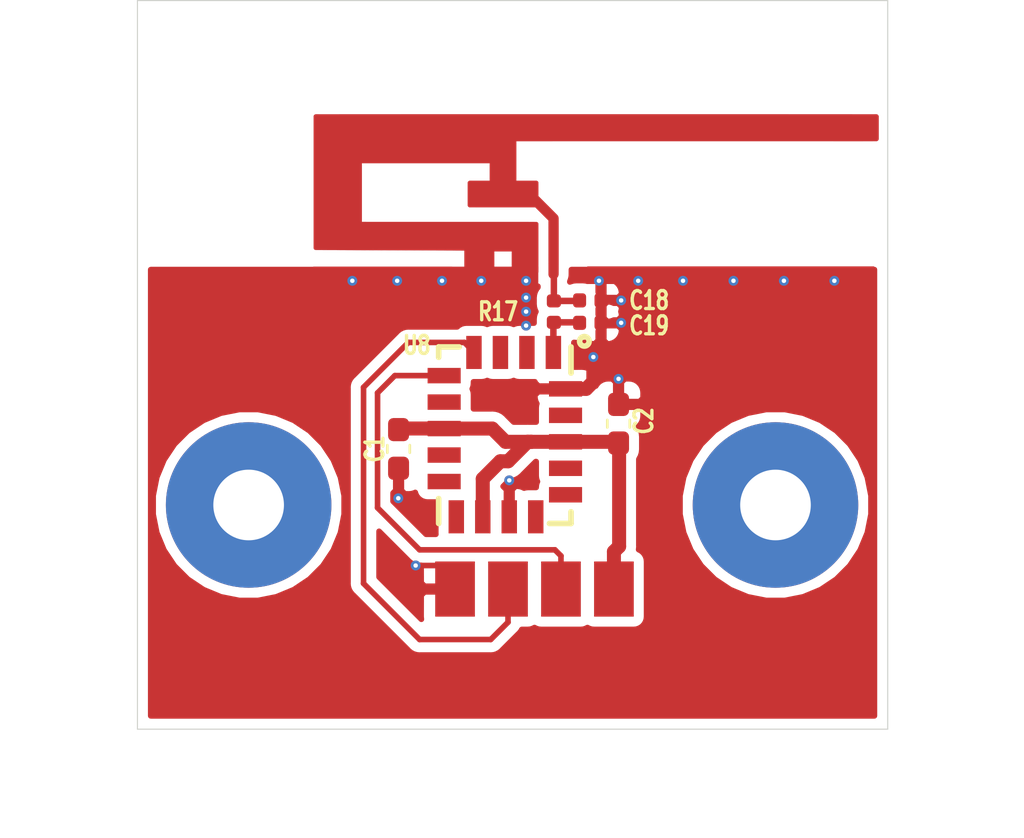
<source format=kicad_pcb>
(kicad_pcb (version 20171130) (host pcbnew "(5.1.6)-1")

  (general
    (thickness 1.6)
    (drawings 6)
    (tracks 71)
    (zones 0)
    (modules 10)
    (nets 17)
  )

  (page A4)
  (layers
    (0 F.Cu signal)
    (1 In1.Cu signal)
    (2 In2.Cu signal)
    (31 B.Cu signal)
    (32 B.Adhes user)
    (33 F.Adhes user)
    (34 B.Paste user)
    (35 F.Paste user)
    (36 B.SilkS user)
    (37 F.SilkS user)
    (38 B.Mask user)
    (39 F.Mask user)
    (40 Dwgs.User user)
    (41 Cmts.User user)
    (42 Eco1.User user)
    (43 Eco2.User user)
    (44 Edge.Cuts user)
    (45 Margin user)
    (46 B.CrtYd user)
    (47 F.CrtYd user)
    (48 B.Fab user)
    (49 F.Fab user)
  )

  (setup
    (last_trace_width 0.1016)
    (user_trace_width 0.1016)
    (user_trace_width 0.254)
    (user_trace_width 0.29337)
    (user_trace_width 0.635)
    (user_trace_width 1.27)
    (trace_clearance 0.1016)
    (zone_clearance 0.508)
    (zone_45_only no)
    (trace_min 0.0889)
    (via_size 0.45)
    (via_drill 0.2)
    (via_min_size 0.44)
    (via_min_drill 0.2)
    (user_via 1 0.5)
    (uvia_size 0.45)
    (uvia_drill 0.1)
    (uvias_allowed no)
    (uvia_min_size 0.2)
    (uvia_min_drill 0.1)
    (edge_width 0.05)
    (segment_width 0.2)
    (pcb_text_width 0.3)
    (pcb_text_size 1.5 1.5)
    (mod_edge_width 0.12)
    (mod_text_size 1 1)
    (mod_text_width 0.15)
    (pad_size 7.5 7.5)
    (pad_drill 3.2)
    (pad_to_mask_clearance 0.051)
    (solder_mask_min_width 0.25)
    (aux_axis_origin 0 0)
    (visible_elements 7FFFFFFF)
    (pcbplotparams
      (layerselection 0x010fc_ffffffff)
      (usegerberextensions false)
      (usegerberattributes false)
      (usegerberadvancedattributes false)
      (creategerberjobfile false)
      (excludeedgelayer true)
      (linewidth 0.100000)
      (plotframeref false)
      (viasonmask false)
      (mode 1)
      (useauxorigin false)
      (hpglpennumber 1)
      (hpglpenspeed 20)
      (hpglpendiameter 15.000000)
      (psnegative false)
      (psa4output false)
      (plotreference true)
      (plotvalue true)
      (plotinvisibletext false)
      (padsonsilk false)
      (subtractmaskfromsilk false)
      (outputformat 1)
      (mirror false)
      (drillshape 0)
      (scaleselection 1)
      (outputdirectory "Gerbers/"))
  )

  (net 0 "")
  (net 1 GND)
  (net 2 +3V3)
  (net 3 "Net-(AE1-Pad1)")
  (net 4 "Net-(C19-Pad1)")
  (net 5 "Net-(J1-Pad3)")
  (net 6 "Net-(J1-Pad2)")
  (net 7 "Net-(U8-Pad17)")
  (net 8 "Net-(U8-Pad15)")
  (net 9 "Net-(U8-Pad14)")
  (net 10 "Net-(U8-Pad13)")
  (net 11 "Net-(U8-Pad10)")
  (net 12 "Net-(U8-Pad9)")
  (net 13 "Net-(U8-Pad8)")
  (net 14 "Net-(U8-Pad6)")
  (net 15 "Net-(U8-Pad3)")
  (net 16 "Net-(U8-Pad2)")

  (net_class Default "This is the default net class."
    (clearance 0.1016)
    (trace_width 0.1016)
    (via_dia 0.45)
    (via_drill 0.2)
    (uvia_dia 0.45)
    (uvia_drill 0.1)
    (add_net +3V3)
    (add_net GND)
    (add_net "Net-(AE1-Pad1)")
    (add_net "Net-(C19-Pad1)")
    (add_net "Net-(J1-Pad2)")
    (add_net "Net-(J1-Pad3)")
    (add_net "Net-(U8-Pad10)")
    (add_net "Net-(U8-Pad13)")
    (add_net "Net-(U8-Pad14)")
    (add_net "Net-(U8-Pad15)")
    (add_net "Net-(U8-Pad17)")
    (add_net "Net-(U8-Pad2)")
    (add_net "Net-(U8-Pad3)")
    (add_net "Net-(U8-Pad6)")
    (add_net "Net-(U8-Pad8)")
    (add_net "Net-(U8-Pad9)")
  )

  (module Encoder:MountingHole_3.2mm_M3_Pad (layer F.Cu) (tedit 608A3527) (tstamp 606BE4B0)
    (at 145.415 99.822)
    (descr "Mounting Hole 3.2mm, M3")
    (tags "mounting hole 3.2mm m3")
    (attr virtual)
    (fp_text reference e (at 0 -4.2) (layer Dwgs.User)
      (effects (font (size 1 1) (thickness 0.15)))
    )
    (fp_text value MountingHole_3.2mm_M3_Pad (at 0 4.2) (layer F.Fab)
      (effects (font (size 1 1) (thickness 0.15)))
    )
    (fp_circle (center 0 0) (end 3.45 0) (layer F.CrtYd) (width 0.05))
    (fp_circle (center 0 0) (end 3.2 0) (layer Cmts.User) (width 0.15))
    (fp_text user %R (at 0.3 0) (layer F.Fab)
      (effects (font (size 1 1) (thickness 0.15)))
    )
    (pad 1 thru_hole circle (at 0 0) (size 7.5 7.5) (drill 3.2) (layers *.Cu *.Mask))
  )

  (module Encoder:MountingHole_3.2mm_M3_Pad (layer F.Cu) (tedit 608A351E) (tstamp 606BE674)
    (at 121.539 99.822)
    (descr "Mounting Hole 3.2mm, M3")
    (tags "mounting hole 3.2mm m3")
    (attr virtual)
    (fp_text reference REF** (at 0 -4.2) (layer Dwgs.User)
      (effects (font (size 1 1) (thickness 0.15)))
    )
    (fp_text value MountingHole_3.2mm_M3_Pad (at 0 4.2) (layer F.Fab)
      (effects (font (size 1 1) (thickness 0.15)))
    )
    (fp_circle (center 0 0) (end 3.45 0) (layer F.CrtYd) (width 0.05))
    (fp_circle (center 0 0) (end 3.2 0) (layer Cmts.User) (width 0.15))
    (fp_text user %R (at 0.3 0) (layer F.Fab)
      (effects (font (size 1 1) (thickness 0.15)))
    )
    (pad 1 thru_hole circle (at 0 0) (size 7.5 7.5) (drill 3.2) (layers *.Cu *.Mask))
  )

  (module Encoder:C_0402_1005Metric (layer F.Cu) (tedit 6079DB7C) (tstamp 606BD6E8)
    (at 137.023 91.567)
    (descr "Capacitor SMD 0402 (1005 Metric), square (rectangular) end terminal, IPC_7351 nominal, (Body size source: http://www.tortai-tech.com/upload/download/2011102023233369053.pdf), generated with kicad-footprint-generator")
    (tags capacitor)
    (path /605849D6)
    (attr smd)
    (fp_text reference C19 (at 2.667 0.127) (layer F.SilkS)
      (effects (font (size 0.8128 0.6096) (thickness 0.1524)))
    )
    (fp_text value C_Rf (at 0 1.17) (layer F.Fab)
      (effects (font (size 1 1) (thickness 0.15)))
    )
    (fp_line (start 0.93 0.47) (end -0.93 0.47) (layer F.CrtYd) (width 0.05))
    (fp_line (start 0.93 -0.47) (end 0.93 0.47) (layer F.CrtYd) (width 0.05))
    (fp_line (start -0.93 -0.47) (end 0.93 -0.47) (layer F.CrtYd) (width 0.05))
    (fp_line (start -0.93 0.47) (end -0.93 -0.47) (layer F.CrtYd) (width 0.05))
    (fp_line (start 0.5 0.25) (end -0.5 0.25) (layer F.Fab) (width 0.1))
    (fp_line (start 0.5 -0.25) (end 0.5 0.25) (layer F.Fab) (width 0.1))
    (fp_line (start -0.5 -0.25) (end 0.5 -0.25) (layer F.Fab) (width 0.1))
    (fp_line (start -0.5 0.25) (end -0.5 -0.25) (layer F.Fab) (width 0.1))
    (fp_text user %R (at 0 0) (layer F.Fab)
      (effects (font (size 0.25 0.25) (thickness 0.04)))
    )
    (pad 2 smd roundrect (at 0.485 0) (size 0.59 0.64) (layers F.Cu F.Paste F.Mask) (roundrect_rratio 0.25)
      (net 1 GND))
    (pad 1 smd roundrect (at -0.485 0) (size 0.59 0.64) (layers F.Cu F.Paste F.Mask) (roundrect_rratio 0.25)
      (net 4 "Net-(C19-Pad1)"))
    (model ${KIPRJMOD}/../FootPrints/3DModels/CapacitorsSMD/C_0402_1005Metric.step
      (at (xyz 0 0 0))
      (scale (xyz 1 1 1))
      (rotate (xyz 0 0 0))
    )
  )

  (module Encoder:Antenna locked (layer F.Cu) (tedit 606BC9E6) (tstamp 605960DF)
    (at 137.287 85.852)
    (path /6055D6C9)
    (fp_text reference AE1 (at 0 0) (layer F.SilkS) hide
      (effects (font (size 1.524 1.524) (thickness 0.3)))
    )
    (fp_text value LOGO (at 5.588 0.508) (layer F.SilkS) hide
      (effects (font (size 1.524 1.524) (thickness 0.3)))
    )
    (fp_poly (pts (xy 1.293729 -3.732996) (xy 1.500607 -3.732996) (xy 1.705023 -3.732995) (xy 1.906994 -3.732995)
      (xy 2.106534 -3.732994) (xy 2.303655 -3.732993) (xy 2.498374 -3.732992) (xy 2.690704 -3.732991)
      (xy 2.880659 -3.73299) (xy 3.068255 -3.732989) (xy 3.253504 -3.732988) (xy 3.436421 -3.732987)
      (xy 3.617022 -3.732985) (xy 3.795319 -3.732984) (xy 3.971327 -3.732982) (xy 4.145061 -3.732981)
      (xy 4.316535 -3.732979) (xy 4.485763 -3.732977) (xy 4.65276 -3.732975) (xy 4.817539 -3.732973)
      (xy 4.980115 -3.73297) (xy 5.140503 -3.732968) (xy 5.298716 -3.732965) (xy 5.454769 -3.732963)
      (xy 5.608676 -3.73296) (xy 5.760452 -3.732957) (xy 5.91011 -3.732954) (xy 6.057666 -3.732951)
      (xy 6.203133 -3.732948) (xy 6.346526 -3.732944) (xy 6.487859 -3.732941) (xy 6.627146 -3.732937)
      (xy 6.764401 -3.732933) (xy 6.89964 -3.732929) (xy 7.032875 -3.732925) (xy 7.164122 -3.732921)
      (xy 7.293395 -3.732917) (xy 7.420708 -3.732912) (xy 7.546075 -3.732907) (xy 7.669511 -3.732903)
      (xy 7.791029 -3.732898) (xy 7.910645 -3.732892) (xy 8.028373 -3.732887) (xy 8.144226 -3.732882)
      (xy 8.25822 -3.732876) (xy 8.370367 -3.73287) (xy 8.480684 -3.732864) (xy 8.589183 -3.732858)
      (xy 8.69588 -3.732852) (xy 8.800789 -3.732845) (xy 8.903923 -3.732839) (xy 9.005297 -3.732832)
      (xy 9.104926 -3.732825) (xy 9.202824 -3.732817) (xy 9.299005 -3.73281) (xy 9.393483 -3.732802)
      (xy 9.486273 -3.732795) (xy 9.577388 -3.732787) (xy 9.666844 -3.732778) (xy 9.754655 -3.73277)
      (xy 9.840834 -3.732761) (xy 9.925397 -3.732753) (xy 10.008356 -3.732744) (xy 10.089728 -3.732735)
      (xy 10.169526 -3.732725) (xy 10.247764 -3.732716) (xy 10.324456 -3.732706) (xy 10.399618 -3.732696)
      (xy 10.473262 -3.732685) (xy 10.545404 -3.732675) (xy 10.616058 -3.732664) (xy 10.685238 -3.732653)
      (xy 10.752959 -3.732642) (xy 10.819234 -3.732631) (xy 10.884078 -3.732619) (xy 10.947505 -3.732608)
      (xy 11.00953 -3.732596) (xy 11.070167 -3.732583) (xy 11.12943 -3.732571) (xy 11.187333 -3.732558)
      (xy 11.243891 -3.732545) (xy 11.299118 -3.732532) (xy 11.353028 -3.732518) (xy 11.405636 -3.732505)
      (xy 11.456956 -3.732491) (xy 11.507003 -3.732476) (xy 11.555789 -3.732462) (xy 11.603331 -3.732447)
      (xy 11.649641 -3.732432) (xy 11.694735 -3.732417) (xy 11.738627 -3.732402) (xy 11.781331 -3.732386)
      (xy 11.822861 -3.73237) (xy 11.863231 -3.732353) (xy 11.902457 -3.732337) (xy 11.940551 -3.73232)
      (xy 11.977529 -3.732303) (xy 12.013405 -3.732285) (xy 12.048193 -3.732268) (xy 12.081907 -3.73225)
      (xy 12.114562 -3.732232) (xy 12.146172 -3.732213) (xy 12.176751 -3.732194) (xy 12.206313 -3.732175)
      (xy 12.234874 -3.732156) (xy 12.262446 -3.732136) (xy 12.289045 -3.732116) (xy 12.314685 -3.732096)
      (xy 12.339379 -3.732075) (xy 12.363143 -3.732054) (xy 12.385991 -3.732033) (xy 12.407936 -3.732012)
      (xy 12.428994 -3.73199) (xy 12.449178 -3.731968) (xy 12.468503 -3.731945) (xy 12.486983 -3.731923)
      (xy 12.504632 -3.7319) (xy 12.521465 -3.731876) (xy 12.537496 -3.731853) (xy 12.552739 -3.731829)
      (xy 12.567209 -3.731804) (xy 12.580919 -3.73178) (xy 12.593885 -3.731755) (xy 12.60612 -3.731729)
      (xy 12.617639 -3.731704) (xy 12.628456 -3.731678) (xy 12.638585 -3.731651) (xy 12.648041 -3.731625)
      (xy 12.656838 -3.731598) (xy 12.66499 -3.73157) (xy 12.672511 -3.731543) (xy 12.679417 -3.731515)
      (xy 12.68572 -3.731486) (xy 12.691436 -3.731458) (xy 12.696578 -3.731428) (xy 12.701162 -3.731399)
      (xy 12.7052 -3.731369) (xy 12.708709 -3.731339) (xy 12.711701 -3.731309) (xy 12.714191 -3.731278)
      (xy 12.716194 -3.731246) (xy 12.717723 -3.731215) (xy 12.718794 -3.731183) (xy 12.71942 -3.73115)
      (xy 12.719586 -3.731131) (xy 12.735464 -3.72656) (xy 12.749966 -3.719854) (xy 12.763009 -3.711093)
      (xy 12.774506 -3.700353) (xy 12.784373 -3.687712) (xy 12.792525 -3.673248) (xy 12.798106 -3.659387)
      (xy 12.801134 -3.650426) (xy 12.801484 -3.130674) (xy 12.801513 -3.086955) (xy 12.801539 -3.045724)
      (xy 12.801561 -3.006905) (xy 12.80158 -2.970426) (xy 12.801595 -2.936213) (xy 12.801605 -2.904193)
      (xy 12.801612 -2.874292) (xy 12.801614 -2.846436) (xy 12.801611 -2.820552) (xy 12.801603 -2.796567)
      (xy 12.80159 -2.774406) (xy 12.801571 -2.753997) (xy 12.801547 -2.735265) (xy 12.801516 -2.718137)
      (xy 12.80148 -2.70254) (xy 12.801437 -2.6884) (xy 12.801387 -2.675644) (xy 12.801331 -2.664197)
      (xy 12.801267 -2.653987) (xy 12.801196 -2.644939) (xy 12.801118 -2.636981) (xy 12.801032 -2.630038)
      (xy 12.800937 -2.624038) (xy 12.800835 -2.618906) (xy 12.800724 -2.614569) (xy 12.800604 -2.610953)
      (xy 12.800475 -2.607986) (xy 12.800337 -2.605593) (xy 12.80019 -2.6037) (xy 12.800033 -2.602235)
      (xy 12.799866 -2.601123) (xy 12.799811 -2.600831) (xy 12.795671 -2.585872) (xy 12.789443 -2.57215)
      (xy 12.780991 -2.559424) (xy 12.770179 -2.547456) (xy 12.76861 -2.545959) (xy 12.756387 -2.536213)
      (xy 12.742708 -2.528459) (xy 12.727952 -2.522902) (xy 12.724323 -2.521926) (xy 12.724096 -2.521871)
      (xy 12.723849 -2.521817) (xy 12.723562 -2.521764) (xy 12.723216 -2.521711) (xy 12.722794 -2.52166)
      (xy 12.722277 -2.521609) (xy 12.721645 -2.521559) (xy 12.720882 -2.521509) (xy 12.719967 -2.52146)
      (xy 12.718884 -2.521412) (xy 12.717612 -2.521365) (xy 12.716134 -2.521319) (xy 12.714431 -2.521273)
      (xy 12.712484 -2.521228) (xy 12.710276 -2.521184) (xy 12.707787 -2.52114) (xy 12.704998 -2.521097)
      (xy 12.701892 -2.521055) (xy 12.69845 -2.521013) (xy 12.694653 -2.520972) (xy 12.690483 -2.520932)
      (xy 12.685922 -2.520892) (xy 12.68095 -2.520853) (xy 12.675549 -2.520815) (xy 12.6697 -2.520778)
      (xy 12.663386 -2.520741) (xy 12.656588 -2.520704) (xy 12.649286 -2.520668) (xy 12.641463 -2.520633)
      (xy 12.6331 -2.520599) (xy 12.624179 -2.520565) (xy 12.61468 -2.520532) (xy 12.604586 -2.520499)
      (xy 12.593877 -2.520467) (xy 12.582536 -2.520435) (xy 12.570544 -2.520404) (xy 12.557882 -2.520374)
      (xy 12.544531 -2.520344) (xy 12.530474 -2.520315) (xy 12.515692 -2.520286) (xy 12.500165 -2.520258)
      (xy 12.483877 -2.52023) (xy 12.466807 -2.520203) (xy 12.448938 -2.520176) (xy 12.43025 -2.52015)
      (xy 12.410727 -2.520124) (xy 12.390348 -2.520099) (xy 12.369096 -2.520074) (xy 12.346951 -2.52005)
      (xy 12.323896 -2.520027) (xy 12.299912 -2.520003) (xy 12.27498 -2.519981) (xy 12.249081 -2.519958)
      (xy 12.222198 -2.519937) (xy 12.194312 -2.519915) (xy 12.165404 -2.519894) (xy 12.135455 -2.519874)
      (xy 12.104447 -2.519854) (xy 12.072362 -2.519834) (xy 12.039181 -2.519815) (xy 12.004886 -2.519796)
      (xy 11.969457 -2.519778) (xy 11.932877 -2.51976) (xy 11.895127 -2.519742) (xy 11.856188 -2.519725)
      (xy 11.816042 -2.519708) (xy 11.77467 -2.519692) (xy 11.732054 -2.519675) (xy 11.688175 -2.51966)
      (xy 11.643015 -2.519644) (xy 11.596555 -2.519629) (xy 11.548777 -2.519614) (xy 11.499662 -2.5196)
      (xy 11.449191 -2.519586) (xy 11.397347 -2.519572) (xy 11.34411 -2.519559) (xy 11.289462 -2.519546)
      (xy 11.233384 -2.519533) (xy 11.175858 -2.51952) (xy 11.116866 -2.519508) (xy 11.056389 -2.519496)
      (xy 10.994407 -2.519484) (xy 10.930904 -2.519473) (xy 10.86586 -2.519462) (xy 10.799256 -2.519451)
      (xy 10.731075 -2.51944) (xy 10.661298 -2.51943) (xy 10.589905 -2.519419) (xy 10.516879 -2.519409)
      (xy 10.442202 -2.5194) (xy 10.365853 -2.51939) (xy 10.287816 -2.519381) (xy 10.208071 -2.519372)
      (xy 10.1266 -2.519363) (xy 10.043385 -2.519354) (xy 9.958406 -2.519345) (xy 9.871646 -2.519337)
      (xy 9.783085 -2.519329) (xy 9.692706 -2.519321) (xy 9.60049 -2.519313) (xy 9.506417 -2.519305)
      (xy 9.410471 -2.519297) (xy 9.312631 -2.51929) (xy 9.212881 -2.519283) (xy 9.1112 -2.519275)
      (xy 9.007571 -2.519268) (xy 8.901974 -2.519261) (xy 8.794393 -2.519254) (xy 8.684807 -2.519248)
      (xy 8.573198 -2.519241) (xy 8.459549 -2.519234) (xy 8.34384 -2.519228) (xy 8.226053 -2.519221)
      (xy 8.106169 -2.519215) (xy 7.984169 -2.519208) (xy 7.860036 -2.519202) (xy 7.733751 -2.519196)
      (xy 7.605295 -2.51919) (xy 7.474649 -2.519184) (xy 7.341796 -2.519177) (xy 7.206716 -2.519171)
      (xy 7.069391 -2.519165) (xy 6.929803 -2.519159) (xy 6.787933 -2.519153) (xy 6.643762 -2.519147)
      (xy 6.497272 -2.519141) (xy 6.348444 -2.519135) (xy 6.19726 -2.519128) (xy 6.043702 -2.519122)
      (xy 5.88775 -2.519116) (xy 5.729386 -2.51911) (xy 5.568593 -2.519103) (xy 5.40535 -2.519097)
      (xy 5.23964 -2.519091) (xy 5.071444 -2.519084) (xy 4.900744 -2.519077) (xy 4.727521 -2.519071)
      (xy 4.551756 -2.519064) (xy 4.54847 -2.519064) (xy -3.617142 -2.518749) (xy -3.617463 -1.621025)
      (xy -3.617784 -0.7233) (xy -3.163432 -0.7233) (xy -3.122447 -0.723301) (xy -3.083942 -0.723304)
      (xy -3.047838 -0.723306) (xy -3.014054 -0.723307) (xy -2.982509 -0.723306) (xy -2.953125 -0.723301)
      (xy -2.925821 -0.723292) (xy -2.900517 -0.723276) (xy -2.877133 -0.723253) (xy -2.855589 -0.723221)
      (xy -2.835805 -0.72318) (xy -2.8177 -0.723127) (xy -2.801196 -0.723063) (xy -2.786211 -0.722985)
      (xy -2.772665 -0.722892) (xy -2.760479 -0.722784) (xy -2.749573 -0.722658) (xy -2.739867 -0.722514)
      (xy -2.731279 -0.722351) (xy -2.723731 -0.722167) (xy -2.717143 -0.72196) (xy -2.711434 -0.721731)
      (xy -2.706524 -0.721477) (xy -2.702333 -0.721197) (xy -2.698781 -0.720891) (xy -2.695789 -0.720556)
      (xy -2.693276 -0.720192) (xy -2.691161 -0.719798) (xy -2.689366 -0.719371) (xy -2.687809 -0.718912)
      (xy -2.686411 -0.718418) (xy -2.685093 -0.717889) (xy -2.683772 -0.717323) (xy -2.682371 -0.716719)
      (xy -2.680808 -0.716076) (xy -2.68038 -0.715908) (xy -2.66691 -0.709346) (xy -2.654409 -0.700627)
      (xy -2.643197 -0.69007) (xy -2.633594 -0.677994) (xy -2.625922 -0.66472) (xy -2.623506 -0.659246)
      (xy -2.622782 -0.6575) (xy -2.622111 -0.655916) (xy -2.621491 -0.654395) (xy -2.620921 -0.65284)
      (xy -2.620398 -0.651151) (xy -2.61992 -0.649228) (xy -2.619485 -0.646973) (xy -2.619092 -0.644287)
      (xy -2.618737 -0.641071) (xy -2.61842 -0.637226) (xy -2.618137 -0.632653) (xy -2.617888 -0.627253)
      (xy -2.617669 -0.620927) (xy -2.61748 -0.613575) (xy -2.617317 -0.6051) (xy -2.617178 -0.595401)
      (xy -2.617063 -0.584381) (xy -2.616968 -0.571939) (xy -2.616892 -0.557977) (xy -2.616832 -0.542397)
      (xy -2.616787 -0.525098) (xy -2.616755 -0.505983) (xy -2.616732 -0.484951) (xy -2.616719 -0.461904)
      (xy -2.616711 -0.436744) (xy -2.616708 -0.40937) (xy -2.616707 -0.379684) (xy -2.616706 -0.347588)
      (xy -2.616705 -0.330285) (xy -2.616683 -0.026242) (xy -2.191535 0.398776) (xy -2.163787 0.426519)
      (xy -2.136461 0.453849) (xy -2.109612 0.480707) (xy -2.0833 0.507037) (xy -2.057582 0.53278)
      (xy -2.032515 0.557879) (xy -2.008158 0.582275) (xy -1.984567 0.60591) (xy -1.961801 0.628727)
      (xy -1.939917 0.650667) (xy -1.918973 0.671673) (xy -1.899027 0.691687) (xy -1.880136 0.71065)
      (xy -1.862359 0.728506) (xy -1.845752 0.745196) (xy -1.830373 0.760661) (xy -1.816281 0.774845)
      (xy -1.803532 0.78769) (xy -1.792185 0.799136) (xy -1.782297 0.809127) (xy -1.773926 0.817605)
      (xy -1.767129 0.824511) (xy -1.761965 0.829788) (xy -1.758491 0.833378) (xy -1.756764 0.835223)
      (xy -1.756685 0.835316) (xy -1.741782 0.854863) (xy -1.729267 0.875306) (xy -1.719092 0.896748)
      (xy -1.711211 0.919288) (xy -1.705577 0.94303) (xy -1.704604 0.948611) (xy -1.704497 0.94944)
      (xy -1.704393 0.950617) (xy -1.704294 0.952189) (xy -1.704198 0.954201) (xy -1.704106 0.9567)
      (xy -1.704017 0.959731) (xy -1.703932 0.963342) (xy -1.703851 0.967578) (xy -1.703773 0.972485)
      (xy -1.703698 0.97811) (xy -1.703626 0.984498) (xy -1.703558 0.991697) (xy -1.703493 0.999751)
      (xy -1.703431 1.008708) (xy -1.703371 1.018613) (xy -1.703315 1.029513) (xy -1.703262 1.041453)
      (xy -1.703211 1.054481) (xy -1.703163 1.068641) (xy -1.703118 1.083981) (xy -1.703076 1.100546)
      (xy -1.703035 1.118382) (xy -1.702998 1.137536) (xy -1.702962 1.158055) (xy -1.702929 1.179983)
      (xy -1.702899 1.203368) (xy -1.70287 1.228255) (xy -1.702843 1.25469) (xy -1.702819 1.282721)
      (xy -1.702796 1.312392) (xy -1.702775 1.34375) (xy -1.702756 1.376842) (xy -1.702739 1.411713)
      (xy -1.702723 1.448409) (xy -1.702709 1.486978) (xy -1.702697 1.527464) (xy -1.702686 1.569915)
      (xy -1.702676 1.614375) (xy -1.702668 1.660892) (xy -1.702661 1.709512) (xy -1.702655 1.760281)
      (xy -1.70265 1.813244) (xy -1.702646 1.868449) (xy -1.702643 1.925941) (xy -1.702641 1.985766)
      (xy -1.70264 2.047971) (xy -1.70264 2.179704) (xy -1.702641 2.243285) (xy -1.702643 2.312783)
      (xy -1.702645 2.379767) (xy -1.702647 2.444282) (xy -1.702651 2.506375) (xy -1.702655 2.566092)
      (xy -1.70266 2.623478) (xy -1.702666 2.678579) (xy -1.702673 2.731443) (xy -1.702681 2.782114)
      (xy -1.70269 2.830638) (xy -1.7027 2.877062) (xy -1.702712 2.921432) (xy -1.702725 2.963793)
      (xy -1.702739 3.004191) (xy -1.702755 3.042673) (xy -1.702772 3.079285) (xy -1.702791 3.114072)
      (xy -1.702812 3.147081) (xy -1.702834 3.178357) (xy -1.702859 3.207947) (xy -1.702885 3.235896)
      (xy -1.702913 3.262251) (xy -1.702943 3.287057) (xy -1.702976 3.31036) (xy -1.70301 3.332207)
      (xy -1.703047 3.352643) (xy -1.703086 3.371715) (xy -1.703128 3.389468) (xy -1.703172 3.405949)
      (xy -1.703218 3.421203) (xy -1.703267 3.435277) (xy -1.703319 3.448215) (xy -1.703374 3.460066)
      (xy -1.703431 3.470873) (xy -1.703491 3.480684) (xy -1.703554 3.489544) (xy -1.70362 3.4975)
      (xy -1.70369 3.504597) (xy -1.703762 3.510881) (xy -1.703838 3.516398) (xy -1.703917 3.521195)
      (xy -1.703999 3.525317) (xy -1.704085 3.528811) (xy -1.704174 3.531722) (xy -1.704267 3.534095)
      (xy -1.704364 3.535979) (xy -1.704464 3.537417) (xy -1.704568 3.538457) (xy -1.704612 3.538776)
      (xy -1.70942 3.56241) (xy -1.716543 3.585114) (xy -1.725867 3.606748) (xy -1.737279 3.627175)
      (xy -1.750665 3.646257) (xy -1.76591 3.663856) (xy -1.782903 3.679835) (xy -1.801527 3.694055)
      (xy -1.821671 3.706379) (xy -1.84322 3.716669) (xy -1.855078 3.721217) (xy -1.872079 3.726324)
      (xy -1.890352 3.730219) (xy -1.90912 3.732801) (xy -1.927605 3.733968) (xy -1.94503 3.733617)
      (xy -1.94779 3.733402) (xy -1.972056 3.730049) (xy -1.995562 3.724304) (xy -2.018165 3.71623)
      (xy -2.039721 3.705892) (xy -2.060088 3.693355) (xy -2.079121 3.678681) (xy -2.087446 3.671176)
      (xy -2.104059 3.653716) (xy -2.118617 3.634746) (xy -2.131086 3.614325) (xy -2.141434 3.592514)
      (xy -2.149628 3.56937) (xy -2.154781 3.549136) (xy -2.157739 3.53521) (xy -2.158063 2.30688)
      (xy -2.158387 1.078549) (xy -2.457625 0.779306) (xy -2.756862 0.480062) (xy -4.244523 0.48007)
      (xy -4.52691 0.48007) (xy -4.591434 0.480069) (xy -4.653615 0.480068) (xy -4.713497 0.480066)
      (xy -4.771125 0.480064) (xy -4.826541 0.480061) (xy -4.87979 0.480057) (xy -4.930914 0.480053)
      (xy -4.979959 0.480048) (xy -5.026966 0.480041) (xy -5.071981 0.480034) (xy -5.115045 0.480026)
      (xy -5.156204 0.480016) (xy -5.195501 0.480006) (xy -5.232979 0.479994) (xy -5.268683 0.47998)
      (xy -5.302655 0.479965) (xy -5.334939 0.479949) (xy -5.365579 0.479931) (xy -5.394619 0.479911)
      (xy -5.422102 0.47989) (xy -5.448071 0.479867) (xy -5.472572 0.479842) (xy -5.495646 0.479815)
      (xy -5.517338 0.479786) (xy -5.537692 0.479755) (xy -5.55675 0.479722) (xy -5.574557 0.479686)
      (xy -5.591157 0.479649) (xy -5.606592 0.479608) (xy -5.620907 0.479566) (xy -5.634145 0.479521)
      (xy -5.646349 0.479473) (xy -5.657565 0.479423) (xy -5.667834 0.47937) (xy -5.677201 0.479314)
      (xy -5.685709 0.479255) (xy -5.693403 0.479194) (xy -5.700324 0.479129) (xy -5.706519 0.479061)
      (xy -5.712029 0.47899) (xy -5.716898 0.478916) (xy -5.721171 0.478839) (xy -5.72489 0.478758)
      (xy -5.7281 0.478673) (xy -5.730844 0.478586) (xy -5.733165 0.478494) (xy -5.735108 0.478399)
      (xy -5.736716 0.4783) (xy -5.738032 0.478198) (xy -5.739101 0.478091) (xy -5.739965 0.477981)
      (xy -5.740669 0.477867) (xy -5.741256 0.477748) (xy -5.741769 0.477625) (xy -5.74181 0.477615)
      (xy -5.75732 0.472388) (xy -5.771447 0.465059) (xy -5.784059 0.455763) (xy -5.795024 0.444632)
      (xy -5.804208 0.4318) (xy -5.81148 0.4174) (xy -5.816457 0.402537) (xy -5.816625 0.401712)
      (xy -5.816783 0.400511) (xy -5.816931 0.398862) (xy -5.817071 0.39669) (xy -5.817202 0.393923)
      (xy -5.817325 0.390487) (xy -5.817439 0.386311) (xy -5.817546 0.381319) (xy -5.817644 0.37544)
      (xy -5.817736 0.368599) (xy -5.81782 0.360725) (xy -5.817898 0.351744) (xy -5.817969 0.341582)
      (xy -5.818034 0.330166) (xy -5.818092 0.317425) (xy -5.818145 0.303283) (xy -5.818193 0.287668)
      (xy -5.818236 0.270508) (xy -5.818273 0.251728) (xy -5.818307 0.231256) (xy -5.818336 0.209019)
      (xy -5.81836 0.184943) (xy -5.818381 0.158956) (xy -5.818399 0.130983) (xy -5.818414 0.100953)
      (xy -5.818425 0.068792) (xy -5.818434 0.034426) (xy -5.818441 -0.002217) (xy -5.818445 -0.04121)
      (xy -5.818448 -0.082627) (xy -5.818449 -0.120668) (xy -5.818449 -0.164383) (xy -5.818447 -0.20561)
      (xy -5.818443 -0.244421) (xy -5.818437 -0.28089) (xy -5.818428 -0.315088) (xy -5.818416 -0.347089)
      (xy -5.818401 -0.376964) (xy -5.818382 -0.404787) (xy -5.81836 -0.430629) (xy -5.818334 -0.454564)
      (xy -5.818304 -0.476664) (xy -5.818269 -0.497002) (xy -5.81823 -0.515649) (xy -5.818185 -0.532679)
      (xy -5.818136 -0.548163) (xy -5.81808 -0.562176) (xy -5.81802 -0.574788) (xy -5.817952 -0.586073)
      (xy -5.817879 -0.596103) (xy -5.817799 -0.604951) (xy -5.817712 -0.612689) (xy -5.817618 -0.61939)
      (xy -5.817517 -0.625126) (xy -5.817408 -0.629969) (xy -5.817292 -0.633993) (xy -5.817167 -0.63727)
      (xy -5.817033 -0.639872) (xy -5.816891 -0.641872) (xy -5.81674 -0.643343) (xy -5.81658 -0.644356)
      (xy -5.816541 -0.644535) (xy -5.811749 -0.659707) (xy -5.804764 -0.673704) (xy -5.795744 -0.686364)
      (xy -5.784849 -0.697523) (xy -5.772238 -0.707017) (xy -5.758069 -0.714683) (xy -5.742876 -0.720251)
      (xy -5.74208 -0.720465) (xy -5.741165 -0.720666) (xy -5.740052 -0.720854) (xy -5.738661 -0.721031)
      (xy -5.736913 -0.721196) (xy -5.734728 -0.721349) (xy -5.732026 -0.721493) (xy -5.728728 -0.721626)
      (xy -5.724754 -0.721749) (xy -5.720025 -0.721864) (xy -5.71446 -0.721969) (xy -5.70798 -0.722066)
      (xy -5.700506 -0.722156) (xy -5.691958 -0.722238) (xy -5.682257 -0.722313) (xy -5.671322 -0.722382)
      (xy -5.659074 -0.722445) (xy -5.645433 -0.722503) (xy -5.63032 -0.722555) (xy -5.613656 -0.722603)
      (xy -5.59536 -0.722647) (xy -5.575352 -0.722688) (xy -5.553554 -0.722725) (xy -5.529886 -0.72276)
      (xy -5.504268 -0.722792) (xy -5.47662 -0.722823) (xy -5.446862 -0.722852) (xy -5.414916 -0.722881)
      (xy -5.380701 -0.72291) (xy -5.344138 -0.722938) (xy -5.305148 -0.722968) (xy -5.277852 -0.722988)
      (xy -4.821149 -0.723321) (xy -4.821149 -1.520851) (xy -10.617793 -1.520851) (xy -10.617472 -0.188506)
      (xy -10.617152 1.143838) (xy -6.660123 1.144109) (xy -6.537728 1.144117) (xy -6.417867 1.144125)
      (xy -6.300513 1.144134) (xy -6.185641 1.144142) (xy -6.073223 1.14415) (xy -5.963234 1.144159)
      (xy -5.855647 1.144167) (xy -5.750435 1.144176) (xy -5.647573 1.144184) (xy -5.547034 1.144193)
      (xy -5.448791 1.144201) (xy -5.352819 1.14421) (xy -5.25909 1.144219) (xy -5.167579 1.144228)
      (xy -5.078258 1.144238) (xy -4.991103 1.144247) (xy -4.906085 1.144257) (xy -4.82318 1.144267)
      (xy -4.74236 1.144277) (xy -4.663599 1.144287) (xy -4.586871 1.144297) (xy -4.51215 1.144308)
      (xy -4.439408 1.144319) (xy -4.36862 1.144331) (xy -4.299759 1.144343) (xy -4.232799 1.144355)
      (xy -4.167713 1.144367) (xy -4.104476 1.14438) (xy -4.04306 1.144393) (xy -3.98344 1.144407)
      (xy -3.925588 1.144421) (xy -3.869479 1.144435) (xy -3.815087 1.14445) (xy -3.762384 1.144466)
      (xy -3.711344 1.144481) (xy -3.661942 1.144498) (xy -3.61415 1.144515) (xy -3.567942 1.144532)
      (xy -3.523293 1.14455) (xy -3.480175 1.144568) (xy -3.438562 1.144587) (xy -3.398427 1.144607)
      (xy -3.359746 1.144627) (xy -3.32249 1.144648) (xy -3.286634 1.14467) (xy -3.252151 1.144692)
      (xy -3.219015 1.144715) (xy -3.187199 1.144738) (xy -3.156677 1.144762) (xy -3.127424 1.144787)
      (xy -3.099411 1.144813) (xy -3.072614 1.144839) (xy -3.047005 1.144867) (xy -3.022558 1.144894)
      (xy -2.999247 1.144923) (xy -2.977046 1.144953) (xy -2.955927 1.144983) (xy -2.935865 1.145014)
      (xy -2.916834 1.145046) (xy -2.898807 1.145079) (xy -2.881757 1.145113) (xy -2.865658 1.145148)
      (xy -2.850484 1.145184) (xy -2.836208 1.14522) (xy -2.822804 1.145258) (xy -2.810246 1.145296)
      (xy -2.798508 1.145336) (xy -2.787562 1.145377) (xy -2.777382 1.145418) (xy -2.767943 1.145461)
      (xy -2.759217 1.145504) (xy -2.751179 1.145549) (xy -2.743802 1.145595) (xy -2.737059 1.145642)
      (xy -2.730925 1.14569) (xy -2.725372 1.145739) (xy -2.720375 1.145789) (xy -2.715907 1.14584)
      (xy -2.711942 1.145893) (xy -2.708453 1.145947) (xy -2.705413 1.146002) (xy -2.702798 1.146058)
      (xy -2.700579 1.146115) (xy -2.698732 1.146174) (xy -2.697229 1.146234) (xy -2.696043 1.146295)
      (xy -2.69515 1.146358) (xy -2.694521 1.146422) (xy -2.694134 1.146487) (xy -2.679176 1.151282)
      (xy -2.665339 1.158267) (xy -2.65282 1.167244) (xy -2.641817 1.178014) (xy -2.632526 1.19038)
      (xy -2.625145 1.204143) (xy -2.619871 1.219105) (xy -2.619191 1.221784) (xy -2.619046 1.222417)
      (xy -2.618906 1.223113) (xy -2.618772 1.223922) (xy -2.618643 1.224896) (xy -2.61852 1.226087)
      (xy -2.618402 1.227545) (xy -2.618289 1.229322) (xy -2.618182 1.23147) (xy -2.618079 1.23404)
      (xy -2.617982 1.237083) (xy -2.617889 1.24065) (xy -2.6178 1.244794) (xy -2.617716 1.249564)
      (xy -2.617637 1.255014) (xy -2.617562 1.261194) (xy -2.61749 1.268155) (xy -2.617423 1.27595)
      (xy -2.61736 1.284628) (xy -2.617301 1.294242) (xy -2.617245 1.304844) (xy -2.617193 1.316483)
      (xy -2.617144 1.329213) (xy -2.617099 1.343084) (xy -2.617057 1.358147) (xy -2.617018 1.374455)
      (xy -2.616981 1.392057) (xy -2.616948 1.411007) (xy -2.616918 1.431354) (xy -2.61689 1.453152)
      (xy -2.616864 1.47645) (xy -2.616841 1.5013) (xy -2.616821 1.527754) (xy -2.616802 1.555863)
      (xy -2.616785 1.585678) (xy -2.616771 1.617251) (xy -2.616758 1.650634) (xy -2.616747 1.685877)
      (xy -2.616737 1.723032) (xy -2.616729 1.76215) (xy -2.616722 1.803283) (xy -2.616717 1.846482)
      (xy -2.616712 1.891799) (xy -2.616708 1.939284) (xy -2.616706 1.98899) (xy -2.616704 2.040967)
      (xy -2.616702 2.095268) (xy -2.616702 2.151943) (xy -2.616701 2.211043) (xy -2.616701 2.435765)
      (xy -2.616702 2.493935) (xy -2.616703 2.549699) (xy -2.616704 2.603108) (xy -2.616707 2.654214)
      (xy -2.61671 2.703068) (xy -2.616714 2.749721) (xy -2.616719 2.794225) (xy -2.616725 2.836631)
      (xy -2.616732 2.87699) (xy -2.616741 2.915354) (xy -2.616751 2.951774) (xy -2.616763 2.986302)
      (xy -2.616776 3.018989) (xy -2.616792 3.049887) (xy -2.616809 3.079046) (xy -2.616828 3.106518)
      (xy -2.61685 3.132355) (xy -2.616874 3.156608) (xy -2.6169 3.179328) (xy -2.616929 3.200567)
      (xy -2.616961 3.220376) (xy -2.616995 3.238806) (xy -2.617032 3.255909) (xy -2.617072 3.271737)
      (xy -2.617116 3.28634) (xy -2.617162 3.299769) (xy -2.617212 3.312078) (xy -2.617266 3.323316)
      (xy -2.617323 3.333535) (xy -2.617384 3.342787) (xy -2.617448 3.351122) (xy -2.617517 3.358593)
      (xy -2.61759 3.365251) (xy -2.617667 3.371146) (xy -2.617748 3.376331) (xy -2.617833 3.380857)
      (xy -2.617923 3.384775) (xy -2.618018 3.388136) (xy -2.618118 3.390993) (xy -2.618222 3.393396)
      (xy -2.618332 3.395396) (xy -2.618446 3.397046) (xy -2.618566 3.398396) (xy -2.618691 3.399498)
      (xy -2.618822 3.400403) (xy -2.618958 3.401163) (xy -2.6191 3.401829) (xy -2.619191 3.402217)
      (xy -2.624144 3.417601) (xy -2.631234 3.431695) (xy -2.640297 3.444332) (xy -2.65117 3.455347)
      (xy -2.663691 3.464575) (xy -2.677695 3.471849) (xy -2.692812 3.476951) (xy -2.693683 3.47717)
      (xy -2.694582 3.477376) (xy -2.695587 3.47757) (xy -2.696771 3.477752) (xy -2.69821 3.477923)
      (xy -2.69998 3.478083) (xy -2.702154 3.478231) (xy -2.704809 3.47837) (xy -2.708019 3.478498)
      (xy -2.71186 3.478617) (xy -2.716406 3.478727) (xy -2.721734 3.478828) (xy -2.727917 3.47892)
      (xy -2.735032 3.479004) (xy -2.743153 3.479081) (xy -2.752356 3.47915) (xy -2.762715 3.479212)
      (xy -2.774305 3.479268) (xy -2.787203 3.479317) (xy -2.801482 3.47936) (xy -2.817219 3.479398)
      (xy -2.834488 3.479431) (xy -2.853364 3.479459) (xy -2.873923 3.479483) (xy -2.89624 3.479502)
      (xy -2.920389 3.479518) (xy -2.946447 3.479531) (xy -2.974487 3.479541) (xy -3.004586 3.479548)
      (xy -3.036818 3.479553) (xy -3.071258 3.479557) (xy -3.107982 3.479559) (xy -3.147065 3.47956)
      (xy -3.261592 3.47956) (xy -3.302331 3.479559) (xy -3.340661 3.479558) (xy -3.376656 3.479555)
      (xy -3.410391 3.479551) (xy -3.441941 3.479545) (xy -3.471382 3.479537) (xy -3.498788 3.479526)
      (xy -3.524234 3.479512) (xy -3.547797 3.479494) (xy -3.56955 3.479473) (xy -3.589569 3.479448)
      (xy -3.607929 3.479418) (xy -3.624706 3.479383) (xy -3.639974 3.479343) (xy -3.653808 3.479298)
      (xy -3.666284 3.479246) (xy -3.677477 3.479188) (xy -3.687461 3.479124) (xy -3.696312 3.479052)
      (xy -3.704106 3.478973) (xy -3.710917 3.478886) (xy -3.71682 3.478791) (xy -3.72189 3.478687)
      (xy -3.726203 3.478575) (xy -3.729834 3.478453) (xy -3.732857 3.478322) (xy -3.735348 3.47818)
      (xy -3.737383 3.478029) (xy -3.739035 3.477866) (xy -3.740381 3.477693) (xy -3.741495 3.477507)
      (xy -3.742453 3.47731) (xy -3.743329 3.477101) (xy -3.743764 3.476991) (xy -3.757954 3.472145)
      (xy -3.771511 3.465159) (xy -3.783908 3.456364) (xy -3.79462 3.446089) (xy -3.796597 3.443786)
      (xy -3.801813 3.436594) (xy -3.80705 3.427818) (xy -3.811822 3.418384) (xy -3.815643 3.409219)
      (xy -3.817162 3.404632) (xy -3.817362 3.403855) (xy -3.81755 3.402881) (xy -3.817726 3.401631)
      (xy -3.817892 3.400026) (xy -3.818046 3.397986) (xy -3.818191 3.395433) (xy -3.818325 3.392288)
      (xy -3.81845 3.38847) (xy -3.818566 3.383902) (xy -3.818674 3.378505) (xy -3.818774 3.372198)
      (xy -3.818866 3.364904) (xy -3.81895 3.356542) (xy -3.819028 3.347035) (xy -3.8191 3.336302)
      (xy -3.819166 3.324265) (xy -3.819226 3.310845) (xy -3.819282 3.295962) (xy -3.819332 3.279538)
      (xy -3.819379 3.261494) (xy -3.819422 3.241749) (xy -3.819462 3.220226) (xy -3.819498 3.196845)
      (xy -3.819533 3.171528) (xy -3.819565 3.144194) (xy -3.819596 3.114765) (xy -3.819626 3.083162)
      (xy -3.819655 3.049306) (xy -3.819685 3.013118) (xy -3.819714 2.974518) (xy -3.81974 2.938327)
      (xy -3.820071 2.479703) (xy -4.6176 2.479703) (xy -4.617645 2.933206) (xy -4.617648 2.974155)
      (xy -4.61765 3.012624) (xy -4.617652 3.048693) (xy -4.617656 3.082442) (xy -4.617661 3.11395)
      (xy -4.617671 3.143299) (xy -4.617684 3.170569) (xy -4.617704 3.195838) (xy -4.617731 3.219189)
      (xy -4.617765 3.2407) (xy -4.617809 3.260452) (xy -4.617863 3.278524) (xy -4.617929 3.294998)
      (xy -4.618008 3.309953) (xy -4.6181 3.323469) (xy -4.618207 3.335626) (xy -4.618331 3.346505)
      (xy -4.618472 3.356186) (xy -4.618631 3.364748) (xy -4.61881 3.372272) (xy -4.619009 3.378838)
      (xy -4.619231 3.384526) (xy -4.619475 3.389416) (xy -4.619744 3.393589) (xy -4.620038 3.397124)
      (xy -4.620359 3.400101) (xy -4.620707 3.402601) (xy -4.621084 3.404704) (xy -4.621491 3.406489)
      (xy -4.621929 3.408038) (xy -4.622399 3.409429) (xy -4.622903 3.410744) (xy -4.623441 3.412062)
      (xy -4.624015 3.413464) (xy -4.624561 3.414857) (xy -4.630536 3.427453) (xy -4.638586 3.439646)
      (xy -4.648237 3.450819) (xy -4.659013 3.460357) (xy -4.660486 3.461455) (xy -4.668025 3.466223)
      (xy -4.677028 3.470785) (xy -4.686415 3.474642) (xy -4.694047 3.477032) (xy -4.69485 3.477231)
      (xy -4.69571 3.477419) (xy -4.696699 3.477596) (xy -4.697885 3.477763) (xy -4.69934 3.477921)
      (xy -4.701132 3.478069) (xy -4.703333 3.478208) (xy -4.706012 3.478338) (xy -4.709239 3.478459)
      (xy -4.713084 3.478572) (xy -4.717617 3.478677) (xy -4.722909 3.478774) (xy -4.729029 3.478864)
      (xy -4.736048 3.478947) (xy -4.744035 3.479022) (xy -4.753061 3.479092) (xy -4.763195 3.479155)
      (xy -4.774508 3.479212) (xy -4.78707 3.479263) (xy -4.80095 3.479309) (xy -4.81622 3.47935)
      (xy -4.832948 3.479387) (xy -4.851205 3.479418) (xy -4.871061 3.479446) (xy -4.892586 3.47947)
      (xy -4.91585 3.47949) (xy -4.940923 3.479506) (xy -4.967876 3.47952) (xy -4.996777 3.479531)
      (xy -5.027698 3.47954) (xy -5.060708 3.479547) (xy -5.095878 3.479551) (xy -5.133277 3.479554)
      (xy -5.172976 3.479556) (xy -5.215044 3.479558) (xy -5.293335 3.479558) (xy -5.339872 3.479557)
      (xy -5.383918 3.479556) (xy -5.425541 3.479553) (xy -5.464811 3.479548) (xy -5.501798 3.479542)
      (xy -5.536569 3.479533) (xy -5.569194 3.479522) (xy -5.599742 3.479509) (xy -5.628283 3.479492)
      (xy -5.654885 3.479473) (xy -5.679617 3.47945) (xy -5.702548 3.479424) (xy -5.723748 3.479394)
      (xy -5.743285 3.47936) (xy -5.761229 3.479321) (xy -5.777649 3.479278) (xy -5.792613 3.479231)
      (xy -5.806191 3.479178) (xy -5.818452 3.47912) (xy -5.829464 3.479057) (xy -5.839298 3.478988)
      (xy -5.848022 3.478912) (xy -5.855704 3.478831) (xy -5.862415 3.478743) (xy -5.868223 3.478649)
      (xy -5.873198 3.478548) (xy -5.877408 3.478439) (xy -5.880922 3.478323) (xy -5.883809 3.478199)
      (xy -5.88614 3.478068) (xy -5.887981 3.477928) (xy -5.889404 3.47778) (xy -5.890476 3.477624)
      (xy -5.891223 3.477469) (xy -5.905878 3.472588) (xy -5.919589 3.465523) (xy -5.932107 3.456519)
      (xy -5.943183 3.44582) (xy -5.952569 3.433672) (xy -5.960014 3.420317) (xy -5.965271 3.406002)
      (xy -5.965715 3.404342) (xy -5.965937 3.403452) (xy -5.966147 3.402514) (xy -5.966343 3.401451)
      (xy -5.966527 3.400184) (xy -5.966699 3.398635) (xy -5.966859 3.396727) (xy -5.967008 3.39438)
      (xy -5.967145 3.391516) (xy -5.967273 3.388059) (xy -5.96739 3.383929) (xy -5.967497 3.379048)
      (xy -5.967595 3.373339) (xy -5.967684 3.366722) (xy -5.967765 3.359121) (xy -5.967837 3.350456)
      (xy -5.967902 3.34065) (xy -5.96796 3.329625) (xy -5.96801 3.317302) (xy -5.968054 3.303603)
      (xy -5.968092 3.28845) (xy -5.968124 3.271766) (xy -5.96815 3.253471) (xy -5.968172 3.233488)
      (xy -5.968189 3.211739) (xy -5.968202 3.188145) (xy -5.968211 3.162629) (xy -5.968217 3.135111)
      (xy -5.96822 3.105515) (xy -5.968221 3.073762) (xy -5.968219 3.039774) (xy -5.968215 3.003472)
      (xy -5.96821 2.964779) (xy -5.968205 2.923616) (xy -5.968204 2.916713) (xy -5.968134 2.439036)
      (xy -6.012007 2.438281) (xy -6.01689 2.438215) (xy -6.02422 2.438141) (xy -6.033882 2.438061)
      (xy -6.045764 2.437974) (xy -6.059751 2.437881) (xy -6.07573 2.437783) (xy -6.093587 2.437681)
      (xy -6.113208 2.437574) (xy -6.134479 2.437464) (xy -6.157287 2.437351) (xy -6.181518 2.437235)
      (xy -6.207058 2.437118) (xy -6.233793 2.436999) (xy -6.26161 2.436879) (xy -6.290395 2.436759)
      (xy -6.320034 2.436639) (xy -6.350414 2.436521) (xy -6.38142 2.436403) (xy -6.41294 2.436288)
      (xy -6.444413 2.436177) (xy -6.479941 2.436052) (xy -6.516895 2.435922) (xy -6.555046 2.435785)
      (xy -6.594168 2.435644) (xy -6.634031 2.435499) (xy -6.674406 2.435351) (xy -6.715066 2.435201)
      (xy -6.755782 2.43505) (xy -6.796325 2.434898) (xy -6.836468 2.434746) (xy -6.875981 2.434596)
      (xy -6.914637 2.434447) (xy -6.952207 2.434302) (xy -6.988462 2.434161) (xy -7.023174 2.434024)
      (xy -7.056115 2.433893) (xy -7.087057 2.433768) (xy -7.11577 2.433651) (xy -7.128028 2.4336)
      (xy -7.158651 2.433473) (xy -7.191548 2.433337) (xy -7.226432 2.433193) (xy -7.263015 2.433043)
      (xy -7.301011 2.432886) (xy -7.340134 2.432726) (xy -7.380096 2.432562) (xy -7.420611 2.432397)
      (xy -7.461392 2.432231) (xy -7.502152 2.432065) (xy -7.542604 2.4319) (xy -7.582461 2.431738)
      (xy -7.621438 2.43158) (xy -7.659246 2.431428) (xy -7.695599 2.431281) (xy -7.73021 2.431142)
      (xy -7.748914 2.431066) (xy -7.782794 2.430931) (xy -7.81879 2.430786) (xy -7.856599 2.430634)
      (xy -7.895919 2.430476) (xy -7.936445 2.430313) (xy -7.977876 2.430147) (xy -8.019907 2.429978)
      (xy -8.062236 2.429807) (xy -8.10456 2.429637) (xy -8.146575 2.429468) (xy -8.187979 2.429301)
      (xy -8.228468 2.429138) (xy -8.267739 2.42898) (xy -8.30549 2.428828) (xy -8.341416 2.428683)
      (xy -8.375216 2.428547) (xy -8.389003 2.428491) (xy -8.443398 2.428272) (xy -8.49916 2.428047)
      (xy -8.556356 2.427816) (xy -8.615057 2.427579) (xy -8.675332 2.427336) (xy -8.737248 2.427086)
      (xy -8.800877 2.42683) (xy -8.866286 2.426566) (xy -8.933544 2.426295) (xy -9.002722 2.426016)
      (xy -9.073887 2.425729) (xy -9.14711 2.425434) (xy -9.222458 2.42513) (xy -9.300001 2.424818)
      (xy -9.379809 2.424496) (xy -9.46195 2.424165) (xy -9.546493 2.423825) (xy -9.633508 2.423474)
      (xy -9.658939 2.423372) (xy -9.692556 2.423236) (xy -9.72832 2.423092) (xy -9.765923 2.42294)
      (xy -9.805056 2.422783) (xy -9.84541 2.42262) (xy -9.886676 2.422453) (xy -9.928546 2.422284)
      (xy -9.970711 2.422114) (xy -10.012861 2.421944) (xy -10.054689 2.421775) (xy -10.095885 2.421609)
      (xy -10.136141 2.421446) (xy -10.175147 2.421289) (xy -10.212595 2.421137) (xy -10.248177 2.420993)
      (xy -10.281583 2.420858) (xy -10.289426 2.420827) (xy -10.3214 2.420697) (xy -10.355643 2.420559)
      (xy -10.391865 2.420413) (xy -10.429775 2.42026) (xy -10.469082 2.420102) (xy -10.509495 2.41994)
      (xy -10.550724 2.419774) (xy -10.592477 2.419606) (xy -10.634465 2.419438) (xy -10.676395 2.41927)
      (xy -10.717978 2.419103) (xy -10.758922 2.418939) (xy -10.798937 2.418779) (xy -10.837732 2.418624)
      (xy -10.875015 2.418475) (xy -10.910497 2.418334) (xy -10.933996 2.41824) (xy -10.96732 2.418106)
      (xy -11.002247 2.417965) (xy -11.038515 2.417816) (xy -11.075865 2.417661) (xy -11.114034 2.417502)
      (xy -11.152762 2.417339) (xy -11.191789 2.417173) (xy -11.230854 2.417006) (xy -11.269696 2.416839)
      (xy -11.308054 2.416673) (xy -11.345667 2.416509) (xy -11.382276 2.416347) (xy -11.417618 2.41619)
      (xy -11.451434 2.416038) (xy -11.483462 2.415893) (xy -11.513442 2.415756) (xy -11.54016 2.415631)
      (xy -11.563612 2.415525) (xy -11.589443 2.415417) (xy -11.617469 2.415307) (xy -11.647509 2.415196)
      (xy -11.679379 2.415083) (xy -11.712898 2.41497) (xy -11.747883 2.414857) (xy -11.784151 2.414745)
      (xy -11.821521 2.414634) (xy -11.85981 2.414525) (xy -11.898835 2.414417) (xy -11.938414 2.414313)
      (xy -11.978365 2.414211) (xy -12.018506 2.414113) (xy -12.058653 2.414019) (xy -12.098625 2.41393)
      (xy -12.13824 2.413846) (xy -12.177314 2.413768) (xy -12.215665 2.413696) (xy -12.253112 2.413631)
      (xy -12.26282 2.413615) (xy -12.304338 2.413545) (xy -12.343367 2.413477) (xy -12.379981 2.413409)
      (xy -12.414251 2.413342) (xy -12.44625 2.413274) (xy -12.47605 2.413206) (xy -12.503723 2.413137)
      (xy -12.529342 2.413066) (xy -12.552978 2.412994) (xy -12.574704 2.41292) (xy -12.594593 2.412843)
      (xy -12.612716 2.412763) (xy -12.629146 2.412681) (xy -12.643955 2.412594) (xy -12.657215 2.412504)
      (xy -12.668999 2.412409) (xy -12.679379 2.412309) (xy -12.688427 2.412204) (xy -12.696215 2.412094)
      (xy -12.702816 2.411978) (xy -12.708301 2.411855) (xy -12.712744 2.411726) (xy -12.716216 2.411589)
      (xy -12.71879 2.411446) (xy -12.720538 2.411294) (xy -12.721351 2.411174) (xy -12.734888 2.407466)
      (xy -12.747372 2.401857) (xy -12.759197 2.39413) (xy -12.770752 2.38407) (xy -12.771139 2.38369)
      (xy -12.779916 2.374178) (xy -12.786858 2.364535) (xy -12.792483 2.353934) (xy -12.796908 2.342724)
      (xy -12.801134 2.330563) (xy -12.801134 -3.649146) (xy -12.798134 -3.658702) (xy -12.791975 -3.674359)
      (xy -12.783886 -3.688455) (xy -12.773998 -3.700868) (xy -12.762445 -3.711475) (xy -12.74936 -3.720152)
      (xy -12.734877 -3.726776) (xy -12.719881 -3.731069) (xy -12.719539 -3.731103) (xy -12.718825 -3.731136)
      (xy -12.717724 -3.731169) (xy -12.716222 -3.731201) (xy -12.714305 -3.731233) (xy -12.711957 -3.731265)
      (xy -12.709165 -3.731296) (xy -12.705914 -3.731327) (xy -12.702189 -3.731358) (xy -12.697977 -3.731388)
      (xy -12.693263 -3.731418) (xy -12.688031 -3.731447) (xy -12.682269 -3.731476) (xy -12.675961 -3.731505)
      (xy -12.669093 -3.731533) (xy -12.661651 -3.731561) (xy -12.653619 -3.731589) (xy -12.644984 -3.731616)
      (xy -12.635732 -3.731643) (xy -12.625847 -3.73167) (xy -12.615315 -3.731696) (xy -12.604123 -3.731722)
      (xy -12.592254 -3.731748) (xy -12.579696 -3.731773) (xy -12.566433 -3.731798) (xy -12.552451 -3.731823)
      (xy -12.537736 -3.731847) (xy -12.522273 -3.731871) (xy -12.506048 -3.731894) (xy -12.489046 -3.731918)
      (xy -12.471253 -3.731941) (xy -12.452655 -3.731963) (xy -12.433236 -3.731985) (xy -12.412983 -3.732007)
      (xy -12.391881 -3.732029) (xy -12.369915 -3.732051) (xy -12.347072 -3.732072) (xy -12.323337 -3.732092)
      (xy -12.298694 -3.732113) (xy -12.273131 -3.732133) (xy -12.246632 -3.732153) (xy -12.219183 -3.732172)
      (xy -12.19077 -3.732192) (xy -12.161377 -3.73221) (xy -12.130992 -3.732229) (xy -12.099598 -3.732248)
      (xy -12.067182 -3.732266) (xy -12.03373 -3.732283) (xy -11.999226 -3.732301) (xy -11.963657 -3.732318)
      (xy -11.927008 -3.732335) (xy -11.889264 -3.732352) (xy -11.850411 -3.732368) (xy -11.810435 -3.732384)
      (xy -11.769321 -3.7324) (xy -11.727055 -3.732416) (xy -11.683622 -3.732431) (xy -11.639008 -3.732446)
      (xy -11.593199 -3.732461) (xy -11.546179 -3.732475) (xy -11.497935 -3.73249) (xy -11.448452 -3.732504)
      (xy -11.397716 -3.732518) (xy -11.345712 -3.732531) (xy -11.292425 -3.732544) (xy -11.237842 -3.732557)
      (xy -11.181948 -3.73257) (xy -11.124728 -3.732583) (xy -11.066169 -3.732595) (xy -11.006254 -3.732607)
      (xy -10.944971 -3.732619) (xy -10.882304 -3.732631) (xy -10.81824 -3.732642) (xy -10.752763 -3.732653)
      (xy -10.68586 -3.732664) (xy -10.617516 -3.732675) (xy -10.547716 -3.732685) (xy -10.476445 -3.732695)
      (xy -10.403691 -3.732705) (xy -10.329437 -3.732715) (xy -10.253671 -3.732725) (xy -10.176376 -3.732734)
      (xy -10.097539 -3.732743) (xy -10.017145 -3.732752) (xy -9.935181 -3.732761) (xy -9.85163 -3.73277)
      (xy -9.76648 -3.732778) (xy -9.679715 -3.732786) (xy -9.591322 -3.732794) (xy -9.501284 -3.732802)
      (xy -9.40959 -3.73281) (xy -9.316222 -3.732817) (xy -9.221169 -3.732824) (xy -9.124414 -3.732831)
      (xy -9.025943 -3.732838) (xy -8.925743 -3.732845) (xy -8.823798 -3.732851) (xy -8.720094 -3.732857)
      (xy -8.614616 -3.732864) (xy -8.507351 -3.73287) (xy -8.398284 -3.732875) (xy -8.2874 -3.732881)
      (xy -8.174685 -3.732886) (xy -8.060124 -3.732892) (xy -7.943703 -3.732897) (xy -7.825408 -3.732902)
      (xy -7.705224 -3.732907) (xy -7.583136 -3.732911) (xy -7.459131 -3.732916) (xy -7.333193 -3.73292)
      (xy -7.205309 -3.732924) (xy -7.075464 -3.732929) (xy -6.943643 -3.732933) (xy -6.809832 -3.732936)
      (xy -6.674016 -3.73294) (xy -6.536182 -3.732943) (xy -6.396314 -3.732947) (xy -6.254399 -3.73295)
      (xy -6.110421 -3.732953) (xy -5.964367 -3.732956) (xy -5.816221 -3.732959) (xy -5.66597 -3.732962)
      (xy -5.513599 -3.732964) (xy -5.359093 -3.732967) (xy -5.202439 -3.732969) (xy -5.043621 -3.732972)
      (xy -4.882625 -3.732974) (xy -4.719437 -3.732976) (xy -4.554042 -3.732978) (xy -4.386427 -3.73298)
      (xy -4.216575 -3.732981) (xy -4.044474 -3.732983) (xy -3.870108 -3.732984) (xy -3.693463 -3.732986)
      (xy -3.514525 -3.732987) (xy -3.33328 -3.732988) (xy -3.149711 -3.73299) (xy -2.963807 -3.732991)
      (xy -2.775551 -3.732992) (xy -2.584929 -3.732993) (xy -2.391928 -3.732993) (xy -2.196532 -3.732994)
      (xy -1.998727 -3.732995) (xy -1.798499 -3.732995) (xy -1.595833 -3.732996) (xy -1.390714 -3.732996)
      (xy -1.18313 -3.732997) (xy 1.084378 -3.732997) (xy 1.293729 -3.732996)) (layer F.Cu) (width 0.01))
    (pad 2 smd rect (at 6.096 3.556) (size 13 0.8) (layers F.Cu)
      (net 1 GND) (zone_connect 2))
    (pad 2 smd rect (at -7.7216 3.57) (size 10.2 0.8) (layers F.Cu)
      (net 1 GND) (zone_connect 2))
  )

  (module Encoder:RN4871U (layer F.Cu) (tedit 6079DE78) (tstamp 6058174F)
    (at 130.1496 92.6592)
    (descr RN4871U)
    (tags "Integrated Circuit")
    (path /6052DDB9)
    (attr smd)
    (fp_text reference U8 (at -0.9906 -0.0762) (layer F.SilkS)
      (effects (font (size 0.8128 0.6096) (thickness 0.1524)))
    )
    (fp_text value RN4871U (at 2.69367 4.10933) (layer F.SilkS) hide
      (effects (font (size 1.27 1.27) (thickness 0.254)))
    )
    (fp_line (start 0 0) (end 6 0) (layer F.Fab) (width 0.254))
    (fp_line (start 6 0) (end 6 8) (layer F.Fab) (width 0.254))
    (fp_line (start 6 8) (end 0 8) (layer F.Fab) (width 0.254))
    (fp_line (start 0 8) (end 0 0) (layer F.Fab) (width 0.254))
    (fp_line (start 0 8) (end 0 6.87333) (layer F.SilkS) (width 0.254))
    (fp_line (start 6 8) (end 5.02233 8) (layer F.SilkS) (width 0.254))
    (fp_line (start 6 8) (end 6 7.47367) (layer F.SilkS) (width 0.254))
    (fp_line (start 0 0) (end 0.93167 0) (layer F.SilkS) (width 0.254))
    (fp_line (start 6 0) (end 6 1.182) (layer F.SilkS) (width 0.254))
    (fp_line (start 0 0) (end 0 0.47067) (layer F.SilkS) (width 0.254))
    (fp_circle (center 6.604 -0.254) (end 6.604 -0.165) (layer F.SilkS) (width 0.254))
    (fp_text user %R (at 2.69367 4.10933) (layer F.Fab)
      (effects (font (size 1.27 1.27) (thickness 0.254)))
    )
    (pad 18 smd rect (at 5.75 1.9 90) (size 0.7 1.5) (layers F.Cu F.Paste F.Mask)
      (net 1 GND))
    (pad 17 smd rect (at 5.75 3.1 90) (size 0.7 1.5) (layers F.Cu F.Paste F.Mask)
      (net 7 "Net-(U8-Pad17)"))
    (pad 16 smd rect (at 5.75 4.3 90) (size 0.7 1.5) (layers F.Cu F.Paste F.Mask)
      (net 2 +3V3))
    (pad 15 smd rect (at 5.75 5.5 90) (size 0.7 1.5) (layers F.Cu F.Paste F.Mask)
      (net 8 "Net-(U8-Pad15)"))
    (pad 14 smd rect (at 5.75 6.7 90) (size 0.7 1.5) (layers F.Cu F.Paste F.Mask)
      (net 9 "Net-(U8-Pad14)"))
    (pad 13 smd rect (at 4.4 7.69833) (size 0.7 1.5) (layers F.Cu F.Paste F.Mask)
      (net 10 "Net-(U8-Pad13)"))
    (pad 12 smd rect (at 3.2 7.69833) (size 0.7 1.5) (layers F.Cu F.Paste F.Mask)
      (net 1 GND))
    (pad 11 smd rect (at 2 7.69833) (size 0.7 1.5) (layers F.Cu F.Paste F.Mask)
      (net 2 +3V3))
    (pad 10 smd rect (at 0.8 7.69833) (size 0.7 1.5) (layers F.Cu F.Paste F.Mask)
      (net 11 "Net-(U8-Pad10)"))
    (pad 9 smd rect (at 0.25 6.1 90) (size 0.7 1.5) (layers F.Cu F.Paste F.Mask)
      (net 12 "Net-(U8-Pad9)"))
    (pad 8 smd rect (at 0.25 4.9 90) (size 0.7 1.5) (layers F.Cu F.Paste F.Mask)
      (net 13 "Net-(U8-Pad8)"))
    (pad 7 smd rect (at 0.25 3.7 90) (size 0.7 1.5) (layers F.Cu F.Paste F.Mask)
      (net 2 +3V3))
    (pad 6 smd rect (at 0.25 2.5 90) (size 0.7 1.5) (layers F.Cu F.Paste F.Mask)
      (net 14 "Net-(U8-Pad6)"))
    (pad 5 smd rect (at 0.25 1.3 90) (size 0.7 1.5) (layers F.Cu F.Paste F.Mask)
      (net 5 "Net-(J1-Pad3)"))
    (pad 4 smd rect (at 1.6 0.25) (size 0.7 1.5) (layers F.Cu F.Paste F.Mask)
      (net 6 "Net-(J1-Pad2)"))
    (pad 3 smd rect (at 2.8 0.25) (size 0.7 1.5) (layers F.Cu F.Paste F.Mask)
      (net 15 "Net-(U8-Pad3)"))
    (pad 2 smd rect (at 4 0.25) (size 0.7 1.5) (layers F.Cu F.Paste F.Mask)
      (net 16 "Net-(U8-Pad2)"))
    (pad 1 smd rect (at 5.2 0.25) (size 0.7 1.5) (layers F.Cu F.Paste F.Mask)
      (net 4 "Net-(C19-Pad1)"))
  )

  (module Encoder:C_0603_1608Metric_Pad1.05x0.95mm_HandSolder (layer F.Cu) (tedit 6079DB83) (tstamp 6052D0E9)
    (at 128.3335 97.282 270)
    (descr "Capacitor SMD 0603 (1608 Metric), square (rectangular) end terminal, IPC_7351 nominal with elongated pad for handsoldering. (Body size source: http://www.tortai-tech.com/upload/download/2011102023233369053.pdf), generated with kicad-footprint-generator")
    (tags "capacitor handsolder")
    (path /60531985)
    (attr smd)
    (fp_text reference C1 (at 0 1.0795 90) (layer F.SilkS)
      (effects (font (size 0.8128 0.6096) (thickness 0.1524)))
    )
    (fp_text value 1uF (at 2.794 -0.0635 90) (layer F.Fab)
      (effects (font (size 1 1) (thickness 0.15)))
    )
    (fp_line (start -0.8 0.4) (end -0.8 -0.4) (layer F.Fab) (width 0.1))
    (fp_line (start -0.8 -0.4) (end 0.8 -0.4) (layer F.Fab) (width 0.1))
    (fp_line (start 0.8 -0.4) (end 0.8 0.4) (layer F.Fab) (width 0.1))
    (fp_line (start 0.8 0.4) (end -0.8 0.4) (layer F.Fab) (width 0.1))
    (fp_line (start -0.171267 -0.51) (end 0.171267 -0.51) (layer F.SilkS) (width 0.12))
    (fp_line (start -0.171267 0.51) (end 0.171267 0.51) (layer F.SilkS) (width 0.12))
    (fp_line (start -1.65 0.73) (end -1.65 -0.73) (layer F.CrtYd) (width 0.05))
    (fp_line (start -1.65 -0.73) (end 1.65 -0.73) (layer F.CrtYd) (width 0.05))
    (fp_line (start 1.65 -0.73) (end 1.65 0.73) (layer F.CrtYd) (width 0.05))
    (fp_line (start 1.65 0.73) (end -1.65 0.73) (layer F.CrtYd) (width 0.05))
    (fp_text user %R (at 0 0 90) (layer F.Fab)
      (effects (font (size 0.4 0.4) (thickness 0.06)))
    )
    (pad 2 smd roundrect (at 0.875 0 270) (size 1.05 0.95) (layers F.Cu F.Paste F.Mask) (roundrect_rratio 0.25)
      (net 1 GND))
    (pad 1 smd roundrect (at -0.875 0 270) (size 1.05 0.95) (layers F.Cu F.Paste F.Mask) (roundrect_rratio 0.25)
      (net 2 +3V3))
    (model "${KIPRJMOD}/../FootPrints/3DModels/CapacitorsSMD/Ceramic CAP0603.stp"
      (at (xyz 0 0 0))
      (scale (xyz 1 1 1))
      (rotate (xyz 0 0 0))
    )
  )

  (module Encoder:C_0603_1608Metric_Pad1.05x0.95mm_HandSolder (layer F.Cu) (tedit 6079DB83) (tstamp 6052D0FA)
    (at 138.303 96.139 90)
    (descr "Capacitor SMD 0603 (1608 Metric), square (rectangular) end terminal, IPC_7351 nominal with elongated pad for handsoldering. (Body size source: http://www.tortai-tech.com/upload/download/2011102023233369053.pdf), generated with kicad-footprint-generator")
    (tags "capacitor handsolder")
    (path /60536CD2)
    (attr smd)
    (fp_text reference C2 (at 0.127 1.143 90) (layer F.SilkS)
      (effects (font (size 0.8128 0.6096) (thickness 0.1524)))
    )
    (fp_text value 10uF (at 0 1.397 90) (layer F.Fab)
      (effects (font (size 1 1) (thickness 0.15)))
    )
    (fp_line (start -0.8 0.4) (end -0.8 -0.4) (layer F.Fab) (width 0.1))
    (fp_line (start -0.8 -0.4) (end 0.8 -0.4) (layer F.Fab) (width 0.1))
    (fp_line (start 0.8 -0.4) (end 0.8 0.4) (layer F.Fab) (width 0.1))
    (fp_line (start 0.8 0.4) (end -0.8 0.4) (layer F.Fab) (width 0.1))
    (fp_line (start -0.171267 -0.51) (end 0.171267 -0.51) (layer F.SilkS) (width 0.12))
    (fp_line (start -0.171267 0.51) (end 0.171267 0.51) (layer F.SilkS) (width 0.12))
    (fp_line (start -1.65 0.73) (end -1.65 -0.73) (layer F.CrtYd) (width 0.05))
    (fp_line (start -1.65 -0.73) (end 1.65 -0.73) (layer F.CrtYd) (width 0.05))
    (fp_line (start 1.65 -0.73) (end 1.65 0.73) (layer F.CrtYd) (width 0.05))
    (fp_line (start 1.65 0.73) (end -1.65 0.73) (layer F.CrtYd) (width 0.05))
    (fp_text user %R (at 0 0 90) (layer F.Fab)
      (effects (font (size 0.4 0.4) (thickness 0.06)))
    )
    (pad 2 smd roundrect (at 0.875 0 90) (size 1.05 0.95) (layers F.Cu F.Paste F.Mask) (roundrect_rratio 0.25)
      (net 1 GND))
    (pad 1 smd roundrect (at -0.875 0 90) (size 1.05 0.95) (layers F.Cu F.Paste F.Mask) (roundrect_rratio 0.25)
      (net 2 +3V3))
    (model "${KIPRJMOD}/../FootPrints/3DModels/CapacitorsSMD/Ceramic CAP0603.stp"
      (at (xyz 0 0 0))
      (scale (xyz 1 1 1))
      (rotate (xyz 0 0 0))
    )
  )

  (module Encoder:SolderWirePad_1x04_SMD_5x10mm_copy (layer F.Cu) (tedit 6079DDE4) (tstamp 6052D124)
    (at 134.493 103.632)
    (descr "Wire Pad, Square, SMD Pad,  5mm x 10mm,")
    (tags "MesurementPoint Square SMDPad 5mmx10mm ")
    (path /6053225A)
    (attr smd virtual)
    (fp_text reference J1 (at 0 0.2032) (layer Dwgs.User)
      (effects (font (size 1 1) (thickness 0.15)))
    )
    (fp_text value Conn_01x04_Male (at -0.01016 2.84226) (layer F.Fab)
      (effects (font (size 1 1) (thickness 0.15)))
    )
    (pad 1 smd rect (at -3.6 0) (size 1.8 2.5) (layers F.Cu F.Paste F.Mask)
      (net 1 GND))
    (pad 3 smd rect (at 1.2 0) (size 1.8 2.5) (layers F.Cu F.Paste F.Mask)
      (net 5 "Net-(J1-Pad3)"))
    (pad 2 smd rect (at -1.2 0) (size 1.8 2.5) (layers F.Cu F.Paste F.Mask)
      (net 6 "Net-(J1-Pad2)"))
    (pad 4 smd rect (at 3.6 0) (size 1.8 2.5) (layers F.Cu F.Paste F.Mask)
      (net 2 +3V3))
  )

  (module Encoder:C_0402_1005Metric (layer F.Cu) (tedit 6079DB7C) (tstamp 607DEA3F)
    (at 137.023 90.551)
    (descr "Capacitor SMD 0402 (1005 Metric), square (rectangular) end terminal, IPC_7351 nominal, (Body size source: http://www.tortai-tech.com/upload/download/2011102023233369053.pdf), generated with kicad-footprint-generator")
    (tags capacitor)
    (path /60585519)
    (attr smd)
    (fp_text reference C18 (at 2.667 0) (layer F.SilkS)
      (effects (font (size 0.8128 0.6096) (thickness 0.1524)))
    )
    (fp_text value C_Rf (at 0 1.17) (layer F.Fab)
      (effects (font (size 1 1) (thickness 0.15)))
    )
    (fp_line (start 0.93 0.47) (end -0.93 0.47) (layer F.CrtYd) (width 0.05))
    (fp_line (start 0.93 -0.47) (end 0.93 0.47) (layer F.CrtYd) (width 0.05))
    (fp_line (start -0.93 -0.47) (end 0.93 -0.47) (layer F.CrtYd) (width 0.05))
    (fp_line (start -0.93 0.47) (end -0.93 -0.47) (layer F.CrtYd) (width 0.05))
    (fp_line (start 0.5 0.25) (end -0.5 0.25) (layer F.Fab) (width 0.1))
    (fp_line (start 0.5 -0.25) (end 0.5 0.25) (layer F.Fab) (width 0.1))
    (fp_line (start -0.5 -0.25) (end 0.5 -0.25) (layer F.Fab) (width 0.1))
    (fp_line (start -0.5 0.25) (end -0.5 -0.25) (layer F.Fab) (width 0.1))
    (fp_text user %R (at 0 0) (layer F.Fab)
      (effects (font (size 0.25 0.25) (thickness 0.04)))
    )
    (pad 2 smd roundrect (at 0.485 0) (size 0.59 0.64) (layers F.Cu F.Paste F.Mask) (roundrect_rratio 0.25)
      (net 1 GND))
    (pad 1 smd roundrect (at -0.485 0) (size 0.59 0.64) (layers F.Cu F.Paste F.Mask) (roundrect_rratio 0.25)
      (net 3 "Net-(AE1-Pad1)"))
    (model ${KIPRJMOD}/../FootPrints/3DModels/CapacitorsSMD/C_0402_1005Metric.step
      (at (xyz 0 0 0))
      (scale (xyz 1 1 1))
      (rotate (xyz 0 0 0))
    )
  )

  (module Encoder:L_0402_1005Metric (layer F.Cu) (tedit 6079DC7A) (tstamp 606BD752)
    (at 135.372 91.059 90)
    (descr "Inductor SMD 0402 (1005 Metric), square (rectangular) end terminal, IPC_7351 nominal, (Body size source: http://www.tortai-tech.com/upload/download/2011102023233369053.pdf), generated with kicad-footprint-generator")
    (tags inductor)
    (path /6057FAB6)
    (attr smd)
    (fp_text reference R17 (at 0 -2.53 180) (layer F.SilkS)
      (effects (font (size 0.8128 0.6096) (thickness 0.1524)))
    )
    (fp_text value L_Rf (at 0 1.17 90) (layer F.Fab)
      (effects (font (size 1 1) (thickness 0.15)))
    )
    (fp_line (start 0.93 0.47) (end -0.93 0.47) (layer F.CrtYd) (width 0.05))
    (fp_line (start 0.93 -0.47) (end 0.93 0.47) (layer F.CrtYd) (width 0.05))
    (fp_line (start -0.93 -0.47) (end 0.93 -0.47) (layer F.CrtYd) (width 0.05))
    (fp_line (start -0.93 0.47) (end -0.93 -0.47) (layer F.CrtYd) (width 0.05))
    (fp_line (start 0.5 0.25) (end -0.5 0.25) (layer F.Fab) (width 0.1))
    (fp_line (start 0.5 -0.25) (end 0.5 0.25) (layer F.Fab) (width 0.1))
    (fp_line (start -0.5 -0.25) (end 0.5 -0.25) (layer F.Fab) (width 0.1))
    (fp_line (start -0.5 0.25) (end -0.5 -0.25) (layer F.Fab) (width 0.1))
    (fp_text user %R (at 0 0 90) (layer F.Fab)
      (effects (font (size 0.25 0.25) (thickness 0.04)))
    )
    (pad 2 smd roundrect (at 0.485 0 90) (size 0.59 0.64) (layers F.Cu F.Paste F.Mask) (roundrect_rratio 0.25)
      (net 3 "Net-(AE1-Pad1)"))
    (pad 1 smd roundrect (at -0.485 0 90) (size 0.59 0.64) (layers F.Cu F.Paste F.Mask) (roundrect_rratio 0.25)
      (net 4 "Net-(C19-Pad1)"))
    (model ${KIPRJMOD}/../FootPrints/3DModels/Inductor/L_0402_1005Metric.step
      (at (xyz 0 0 0))
      (scale (xyz 1 1 1))
      (rotate (xyz 0 0 0))
    )
  )

  (gr_poly (pts (xy 138.43 93.599) (xy 136.271 93.599) (xy 136.271 92.456) (xy 138.43 92.456)) (layer F.Mask) (width 0.1))
  (gr_poly (pts (xy 150.13 83.4) (xy 150.09 83.39) (xy 150.12 83.4) (xy 140.13 83.4) (xy 140.13 82.11) (xy 150.13 82.11)) (layer F.Mask) (width 0.1))
  (gr_line (start 116.5 109.982) (end 116.5 76.962) (layer Edge.Cuts) (width 0.05) (tstamp 6065AB84))
  (gr_line (start 150.5 109.982) (end 116.5 109.982) (layer Edge.Cuts) (width 0.05))
  (gr_line (start 150.5 76.962) (end 150.5 109.982) (layer Edge.Cuts) (width 0.05))
  (gr_line (start 116.5 76.962) (end 150.5 76.962) (layer Edge.Cuts) (width 0.05))

  (via (at 148.082 89.662) (size 0.45) (drill 0.2) (layers F.Cu B.Cu) (net 1) (status 30))
  (via (at 145.796 89.662) (size 0.45) (drill 0.2) (layers F.Cu B.Cu) (net 1) (status 30))
  (via (at 143.51 89.662) (size 0.45) (drill 0.2) (layers F.Cu B.Cu) (net 1) (status 30))
  (via (at 141.224 89.662) (size 0.45) (drill 0.2) (layers F.Cu B.Cu) (net 1) (status 30))
  (via (at 139.192 89.662) (size 0.45) (drill 0.2) (layers F.Cu B.Cu) (net 1) (status 30))
  (via (at 137.414 89.662) (size 0.45) (drill 0.2) (layers F.Cu B.Cu) (net 1) (status 30))
  (via (at 126.238 89.662) (size 0.45) (drill 0.2) (layers F.Cu B.Cu) (net 1) (status 30))
  (via (at 128.27 89.662) (size 0.45) (drill 0.2) (layers F.Cu B.Cu) (net 1) (status 30))
  (via (at 130.302 89.662) (size 0.45) (drill 0.2) (layers F.Cu B.Cu) (net 1) (status 30))
  (via (at 132.08 89.662) (size 0.45) (drill 0.2) (layers F.Cu B.Cu) (net 1) (status 30))
  (via (at 134.112 89.662) (size 0.45) (drill 0.2) (layers F.Cu B.Cu) (net 1) (status 30))
  (segment (start 133.3496 100.35753) (end 133.3496 98.7048) (width 0.254) (layer F.Cu) (net 1) (status 10))
  (via (at 133.3496 98.7048) (size 0.45) (drill 0.2) (layers F.Cu B.Cu) (net 1))
  (via (at 138.303 94.107) (size 0.45) (drill 0.2) (layers F.Cu B.Cu) (net 1))
  (segment (start 128.3208 98.1062) (end 128.3208 99.5172) (width 0.254) (layer F.Cu) (net 1) (status 10))
  (via (at 128.3208 99.5172) (size 0.45) (drill 0.2) (layers F.Cu B.Cu) (net 1))
  (segment (start 130.8422 102.5652) (end 129.1082 102.5652) (width 0.254) (layer F.Cu) (net 1) (status 10))
  (via (at 129.1082 102.5652) (size 0.45) (drill 0.2) (layers F.Cu B.Cu) (net 1))
  (via (at 138.42 90.551) (size 0.45) (drill 0.2) (layers F.Cu B.Cu) (net 1) (tstamp 606BD79C))
  (via (at 138.42 91.567) (size 0.45) (drill 0.2) (layers F.Cu B.Cu) (net 1) (tstamp 606BD799))
  (via (at 134.112 90.424) (size 0.45) (drill 0.2) (layers F.Cu B.Cu) (net 1))
  (via (at 134.112 91.059) (size 0.45) (drill 0.2) (layers F.Cu B.Cu) (net 1))
  (via (at 134.112 91.694) (size 0.45) (drill 0.2) (layers F.Cu B.Cu) (net 1))
  (segment (start 137.508 90.551) (end 138.42 90.551) (width 0.29337) (layer F.Cu) (net 1) (status 10))
  (segment (start 137.508 91.567) (end 138.42 91.567) (width 0.29337) (layer F.Cu) (net 1) (status 10))
  (via (at 137.16 93.1164) (size 0.45) (drill 0.2) (layers F.Cu B.Cu) (net 1))
  (segment (start 135.8996 94.5592) (end 136.5808 94.5592) (width 0.635) (layer F.Cu) (net 1) (status 30))
  (segment (start 135.8996 94.5592) (end 136.8348 94.5592) (width 0.635) (layer F.Cu) (net 1) (status 10))
  (segment (start 137.16 94.234) (end 137.16 93.1164) (width 0.635) (layer F.Cu) (net 1))
  (segment (start 136.8348 94.5592) (end 137.16 94.234) (width 0.635) (layer F.Cu) (net 1))
  (segment (start 138.303 95.264) (end 138.303 94.107) (width 0.254) (layer F.Cu) (net 1) (status 10))
  (segment (start 130.3966 96.3562) (end 130.3996 96.3592) (width 0.635) (layer F.Cu) (net 2) (status 30))
  (segment (start 128.3208 96.3562) (end 130.3966 96.3562) (width 0.635) (layer F.Cu) (net 2) (status 30))
  (segment (start 138.307 96.9592) (end 138.3284 96.9378) (width 0.635) (layer F.Cu) (net 2) (status 30))
  (segment (start 135.8996 96.9592) (end 138.307 96.9592) (width 0.635) (layer F.Cu) (net 2) (status 30))
  (segment (start 132.5796 96.3592) (end 130.3996 96.3592) (width 0.635) (layer F.Cu) (net 2) (status 20))
  (segment (start 133.1796 96.9592) (end 132.5796 96.3592) (width 0.635) (layer F.Cu) (net 2))
  (segment (start 134.348 96.9592) (end 134.1808 96.9592) (width 0.635) (layer F.Cu) (net 2))
  (segment (start 134.348 96.9592) (end 133.1796 96.9592) (width 0.635) (layer F.Cu) (net 2))
  (segment (start 135.8996 96.9592) (end 134.348 96.9592) (width 0.635) (layer F.Cu) (net 2) (status 10))
  (segment (start 134.1808 96.9592) (end 133.2992 97.8408) (width 0.635) (layer F.Cu) (net 2))
  (segment (start 133.2992 97.8408) (end 132.9436 97.8408) (width 0.635) (layer F.Cu) (net 2))
  (segment (start 132.1496 98.6348) (end 132.1496 100.35753) (width 0.635) (layer F.Cu) (net 2) (status 20))
  (segment (start 132.9436 97.8408) (end 132.1496 98.6348) (width 0.635) (layer F.Cu) (net 2))
  (segment (start 138.093 101.937) (end 138.093 103.632) (width 0.635) (layer F.Cu) (net 2) (status 20))
  (segment (start 138.3284 96.9378) (end 138.3284 101.7016) (width 0.635) (layer F.Cu) (net 2) (status 10))
  (segment (start 138.3284 101.7016) (end 138.093 101.937) (width 0.635) (layer F.Cu) (net 2))
  (segment (start 135.372 90.574) (end 135.372 89.418) (width 0.29337) (layer F.Cu) (net 3) (status 10))
  (segment (start 136.515 90.574) (end 136.538 90.551) (width 0.29337) (layer F.Cu) (net 3) (status 30))
  (segment (start 135.372 90.574) (end 136.515 90.574) (width 0.29337) (layer F.Cu) (net 3) (status 30))
  (segment (start 135.3396 91.5764) (end 135.372 91.544) (width 0.254) (layer F.Cu) (net 4) (tstamp 606BD739) (status 30))
  (segment (start 135.3496 91.5664) (end 135.372 91.544) (width 0.29337) (layer F.Cu) (net 4) (status 30))
  (segment (start 135.3496 92.9092) (end 135.3496 91.5664) (width 0.29337) (layer F.Cu) (net 4) (status 30))
  (segment (start 136.515 91.544) (end 136.538 91.567) (width 0.29337) (layer F.Cu) (net 4) (status 30))
  (segment (start 135.372 91.544) (end 136.515 91.544) (width 0.29337) (layer F.Cu) (net 4) (status 30))
  (segment (start 135.693 102.128) (end 135.693 103.632) (width 0.254) (layer F.Cu) (net 5) (status 20))
  (segment (start 135.419 101.854) (end 135.693 102.128) (width 0.254) (layer F.Cu) (net 5))
  (segment (start 130.3996 93.9592) (end 128.1638 93.9592) (width 0.254) (layer F.Cu) (net 5) (status 10))
  (segment (start 127.381 94.742) (end 127.381 99.949) (width 0.254) (layer F.Cu) (net 5))
  (segment (start 129.286 101.854) (end 135.419 101.854) (width 0.254) (layer F.Cu) (net 5))
  (segment (start 128.1638 93.9592) (end 127.381 94.742) (width 0.254) (layer F.Cu) (net 5))
  (segment (start 127.381 99.949) (end 129.286 101.854) (width 0.254) (layer F.Cu) (net 5))
  (segment (start 133.293 105.136) (end 133.293 103.632) (width 0.254) (layer F.Cu) (net 6) (status 20))
  (segment (start 132.511 105.918) (end 133.293 105.136) (width 0.254) (layer F.Cu) (net 6))
  (segment (start 129.286 105.918) (end 132.511 105.918) (width 0.254) (layer F.Cu) (net 6))
  (segment (start 126.746 103.378) (end 129.286 105.918) (width 0.254) (layer F.Cu) (net 6))
  (segment (start 131.7496 92.9092) (end 131.7496 92.8876) (width 0.254) (layer F.Cu) (net 6) (status 30))
  (segment (start 131.318 92.456) (end 128.778 92.456) (width 0.254) (layer F.Cu) (net 6))
  (segment (start 126.746 94.488) (end 126.746 103.378) (width 0.254) (layer F.Cu) (net 6))
  (segment (start 131.7496 92.8876) (end 131.318 92.456) (width 0.254) (layer F.Cu) (net 6) (status 10))
  (segment (start 128.778 92.456) (end 126.746 94.488) (width 0.254) (layer F.Cu) (net 6))

  (zone (net 1) (net_name GND) (layer F.Cu) (tstamp 0) (hatch edge 0.508)
    (connect_pads (clearance 0.45))
    (min_thickness 0.254)
    (fill yes (arc_segments 32) (thermal_gap 0.508) (thermal_bridge_width 0.508))
    (polygon
      (pts
        (xy 153.035 114.935) (xy 114.935 114.935) (xy 114.935 89.027) (xy 153.035 89.027)
      )
    )
    (filled_polygon
      (pts
        (xy 130.736948 89.157062) (xy 130.73695 89.157087) (xy 130.736949 89.157472) (xy 130.736993 89.171171) (xy 130.736996 89.171204)
        (xy 130.736995 89.171663) (xy 130.737045 89.183986) (xy 130.737049 89.184027) (xy 130.737048 89.184687) (xy 130.737106 89.195712)
        (xy 130.737111 89.195763) (xy 130.737111 89.196508) (xy 130.737176 89.206314) (xy 130.737182 89.20637) (xy 130.737183 89.207292)
        (xy 130.737255 89.215957) (xy 130.737263 89.216034) (xy 130.737268 89.217323) (xy 130.737349 89.224923) (xy 130.737359 89.225015)
        (xy 130.737369 89.226549) (xy 130.737458 89.233167) (xy 130.73747 89.233275) (xy 130.737491 89.235328) (xy 130.737589 89.241037)
        (xy 130.737604 89.241164) (xy 130.737643 89.243803) (xy 130.73775 89.248684) (xy 130.737767 89.248822) (xy 130.737843 89.25241)
        (xy 130.73796 89.25654) (xy 130.737979 89.256687) (xy 130.738126 89.261594) (xy 130.738254 89.26505) (xy 130.738268 89.26515)
        (xy 130.73852 89.271324) (xy 130.738657 89.274188) (xy 130.738726 89.27466) (xy 130.738703 89.275141) (xy 130.739161 89.283254)
        (xy 130.73931 89.285601) (xy 130.739606 89.287419) (xy 130.739554 89.289259) (xy 130.740177 89.297361) (xy 130.740337 89.29927)
        (xy 130.74102 89.302995) (xy 130.741016 89.306783) (xy 130.741856 89.314865) (xy 130.742028 89.316415) (xy 130.743216 89.322036)
        (xy 130.743403 89.327778) (xy 130.744515 89.335827) (xy 130.744699 89.337094) (xy 130.74639 89.343947) (xy 130.746888 89.350982)
        (xy 130.748305 89.358983) (xy 130.748501 89.360047) (xy 130.750436 89.366773) (xy 130.751193 89.373723) (xy 130.752912 89.381665)
        (xy 130.753122 89.382603) (xy 130.754058 89.385447) (xy 130.754454 89.388411) (xy 130.756365 89.396309) (xy 130.756587 89.397199)
        (xy 130.756876 89.398011) (xy 130.757004 89.398858) (xy 130.759049 89.406723) (xy 130.759493 89.408383) (xy 130.764017 89.420436)
        (xy 130.76552 89.427545) (xy 130.768787 89.43519) (xy 130.77047 89.442063) (xy 130.770829 89.44382) (xy 130.771002 89.444232)
        (xy 130.772656 89.450985) (xy 130.775404 89.458633) (xy 130.780661 89.472948) (xy 130.787574 89.48727) (xy 130.788635 89.490494)
        (xy 130.791849 89.496194) (xy 130.794701 89.5042) (xy 130.796746 89.50763) (xy 130.799409 89.514724) (xy 130.80292 89.520393)
        (xy 130.807724 89.531855) (xy 130.809964 89.537979) (xy 130.811016 89.53971) (xy 130.814733 89.548579) (xy 130.81864 89.555704)
        (xy 130.826085 89.569059) (xy 130.829262 89.573641) (xy 130.830035 89.575242) (xy 130.834327 89.580945) (xy 130.848515 89.601406)
        (xy 130.857319 89.615891) (xy 130.861271 89.623202) (xy 130.863127 89.625446) (xy 130.86896 89.635043) (xy 130.873883 89.641509)
        (xy 130.883269 89.653657) (xy 130.88887 89.659603) (xy 130.89081 89.6624) (xy 130.898687 89.670023) (xy 130.909393 89.681387)
        (xy 130.919269 89.693329) (xy 130.924244 89.70001) (xy 130.926428 89.701986) (xy 130.933662 89.710732) (xy 130.939467 89.716419)
        (xy 130.950543 89.727118) (xy 130.958172 89.733166) (xy 130.961156 89.736334) (xy 130.971271 89.743551) (xy 130.980315 89.750721)
        (xy 130.994166 89.763249) (xy 130.999089 89.768148) (xy 131.000962 89.769395) (xy 131.008487 89.776201) (xy 131.01505 89.780992)
        (xy 131.027569 89.789996) (xy 131.03609 89.794941) (xy 131.03955 89.797684) (xy 131.050658 89.803395) (xy 131.061236 89.809534)
        (xy 131.083888 89.824618) (xy 131.086427 89.826464) (xy 131.087191 89.826817) (xy 131.093631 89.831106) (xy 131.100828 89.834879)
        (xy 131.114539 89.841944) (xy 131.122611 89.84515) (xy 131.125811 89.847007) (xy 131.136614 89.850711) (xy 131.151642 89.85668)
        (xy 131.161635 89.862293) (xy 131.169365 89.864823) (xy 131.189521 89.874145) (xy 131.197213 89.876767) (xy 131.211868 89.881648)
        (xy 131.216584 89.882721) (xy 131.218349 89.88349) (xy 131.228569 89.885725) (xy 131.235196 89.888396) (xy 131.243811 89.890031)
        (xy 131.248103 89.891663) (xy 131.254886 89.892812) (xy 131.269588 89.897624) (xy 131.277533 89.899331) (xy 131.27828 89.899486)
        (xy 131.291666 89.900922) (xy 131.30468 89.904331) (xy 131.312713 89.905558) (xy 131.313784 89.905714) (xy 131.318609 89.90594)
        (xy 131.322622 89.906853) (xy 131.325544 89.906936) (xy 131.329313 89.90776) (xy 131.337389 89.908658) (xy 131.338813 89.908806)
        (xy 131.342843 89.90883) (xy 131.34679 89.909579) (xy 131.354888 89.910252) (xy 131.356729 89.910392) (xy 131.358424 89.910355)
        (xy 131.360094 89.910638) (xy 131.368204 89.911151) (xy 131.370535 89.911282) (xy 131.37057 89.911281) (xy 131.378216 89.911663)
        (xy 131.381104 89.911787) (xy 131.381231 89.91178) (xy 131.386876 89.912006) (xy 131.39039 89.912122) (xy 131.390534 89.912113)
        (xy 131.394529 89.912244) (xy 131.398738 89.912353) (xy 131.398877 89.912343) (xy 131.401989 89.912428) (xy 131.406964 89.912529)
        (xy 131.40708 89.91252) (xy 131.409359 89.912573) (xy 131.415167 89.912667) (xy 131.415266 89.912659) (xy 131.416954 89.912693)
        (xy 131.423665 89.912781) (xy 131.423746 89.912774) (xy 131.42516 89.912799) (xy 131.432841 89.91288) (xy 131.432907 89.912874)
        (xy 131.433908 89.91289) (xy 131.442632 89.912966) (xy 131.442689 89.912961) (xy 131.443619 89.912974) (xy 131.453452 89.913043)
        (xy 131.453506 89.913038) (xy 131.454206 89.913047) (xy 131.465218 89.91311) (xy 131.465254 89.913107) (xy 131.465795 89.913113)
        (xy 131.478056 89.913171) (xy 131.478078 89.913169) (xy 131.478537 89.913174) (xy 131.492115 89.913227) (xy 131.492148 89.913224)
        (xy 131.492559 89.913228) (xy 131.507523 89.913275) (xy 131.507541 89.913273) (xy 131.507827 89.913276) (xy 131.524247 89.913319)
        (xy 131.52426 89.913318) (xy 131.524506 89.91332) (xy 131.54245 89.913359) (xy 131.542471 89.913357) (xy 131.542702 89.913359)
        (xy 131.562239 89.913393) (xy 131.562254 89.913392) (xy 131.562428 89.913393) (xy 131.583628 89.913423) (xy 131.583631 89.913423)
        (xy 131.583792 89.913424) (xy 131.606723 89.91345) (xy 131.606732 89.913449) (xy 131.606842 89.91345) (xy 131.631574 89.913473)
        (xy 131.631583 89.913472) (xy 131.631699 89.913473) (xy 131.658301 89.913492) (xy 131.65837 89.913492) (xy 131.686911 89.913509)
        (xy 131.686918 89.913508) (xy 131.68701 89.913509) (xy 131.717558 89.913522) (xy 131.71761 89.913522) (xy 131.750235 89.913533)
        (xy 131.75028 89.913533) (xy 131.785051 89.913542) (xy 131.785108 89.913542) (xy 131.822095 89.913548) (xy 131.822115 89.913548)
        (xy 131.861385 89.913553) (xy 131.861417 89.913553) (xy 131.90304 89.913556) (xy 131.903069 89.913556) (xy 131.947115 89.913557)
        (xy 131.993652 89.913558) (xy 132.071984 89.913558) (xy 132.114052 89.913556) (xy 132.114053 89.913556) (xy 132.153752 89.913554)
        (xy 132.15377 89.913554) (xy 132.191169 89.913551) (xy 132.191188 89.913551) (xy 132.226358 89.913547) (xy 132.226415 89.913547)
        (xy 132.259425 89.91354) (xy 132.259471 89.91354) (xy 132.290392 89.913531) (xy 132.290445 89.913531) (xy 132.319346 89.91352)
        (xy 132.319426 89.91352) (xy 132.346379 89.913506) (xy 132.346448 89.913506) (xy 132.371521 89.91349) (xy 132.371529 89.913489)
        (xy 132.37165 89.91349) (xy 132.394914 89.91347) (xy 132.394922 89.913469) (xy 132.395063 89.91347) (xy 132.416588 89.913446)
        (xy 132.416607 89.913444) (xy 132.41676 89.913445) (xy 132.436616 89.913417) (xy 132.436624 89.913416) (xy 132.436783 89.913417)
        (xy 132.45504 89.913386) (xy 132.455054 89.913385) (xy 132.455339 89.913386) (xy 132.472067 89.913349) (xy 132.472088 89.913347)
        (xy 132.472343 89.913348) (xy 132.487613 89.913307) (xy 132.487636 89.913305) (xy 132.487979 89.913306) (xy 132.501859 89.91326)
        (xy 132.50189 89.913257) (xy 132.502293 89.913258) (xy 132.514855 89.913207) (xy 132.514885 89.913204) (xy 132.515424 89.913205)
        (xy 132.526737 89.913148) (xy 132.526781 89.913143) (xy 132.527423 89.913144) (xy 132.537557 89.913081) (xy 132.537617 89.913075)
        (xy 132.538452 89.913074) (xy 132.547478 89.913005) (xy 132.547542 89.912998) (xy 132.54843 89.912996) (xy 132.556417 89.912921)
        (xy 132.556497 89.912912) (xy 132.557834 89.912906) (xy 132.564852 89.912823) (xy 132.56494 89.912813) (xy 132.566529 89.912801)
        (xy 132.572649 89.912711) (xy 132.572759 89.912699) (xy 132.574757 89.912676) (xy 132.580049 89.912579) (xy 132.580175 89.912564)
        (xy 132.582861 89.912521) (xy 132.587393 89.912416) (xy 132.587533 89.912399) (xy 132.591013 89.912321) (xy 132.594858 89.912208)
        (xy 132.595004 89.912189) (xy 132.599568 89.91205) (xy 132.602795 89.911929) (xy 132.602893 89.911916) (xy 132.609197 89.911654)
        (xy 132.611876 89.911524) (xy 132.612057 89.911497) (xy 132.612236 89.911506) (xy 132.620349 89.911051) (xy 132.62255 89.910912)
        (xy 132.624103 89.91066) (xy 132.625669 89.910706) (xy 132.633772 89.910094) (xy 132.635564 89.909946) (xy 132.638958 89.909328)
        (xy 132.642406 89.90934) (xy 132.650491 89.90852) (xy 132.651946 89.908362) (xy 132.65703 89.9073) (xy 132.662211 89.907154)
        (xy 132.670266 89.906078) (xy 132.671452 89.905911) (xy 132.678052 89.904312) (xy 132.684823 89.903869) (xy 132.692832 89.902493)
        (xy 132.693821 89.902316) (xy 132.700611 89.900401) (xy 132.707632 89.899672) (xy 132.715583 89.897992) (xy 132.716442 89.897804)
        (xy 132.720262 89.896568) (xy 132.724246 89.896042) (xy 132.732147 89.894142) (xy 132.732949 89.893943) (xy 132.742999 89.89038)
        (xy 132.747312 89.889595) (xy 132.749782 89.888621) (xy 132.759109 89.88681) (xy 132.766881 89.884436) (xy 132.774512 89.882046)
        (xy 132.780537 89.87949) (xy 132.781846 89.879173) (xy 132.788092 89.876285) (xy 132.791957 89.874645) (xy 132.803144 89.871491)
        (xy 132.804564 89.870769) (xy 132.81424 89.868006) (xy 132.821778 89.864971) (xy 132.831165 89.861114) (xy 132.84796 89.852208)
        (xy 132.865763 89.845561) (xy 132.873038 89.841939) (xy 132.882041 89.837377) (xy 132.901946 89.82471) (xy 132.907079 89.822216)
        (xy 132.914688 89.818842) (xy 132.916173 89.817798) (xy 132.923165 89.814401) (xy 132.930063 89.810105) (xy 132.937602 89.805337)
        (xy 132.952019 89.79411) (xy 132.967795 89.78489) (xy 132.974344 89.780079) (xy 132.975817 89.778981) (xy 132.987489 89.768359)
        (xy 132.99048 89.766521) (xy 132.994852 89.762475) (xy 133.007605 89.753508) (xy 133.013727 89.748165) (xy 133.024503 89.738627)
        (xy 133.047658 89.713698) (xy 133.056825 89.706284) (xy 133.061057 89.70121) (xy 133.068549 89.694278) (xy 133.069954 89.695964)
        (xy 133.075002 89.702652) (xy 133.077039 89.704471) (xy 133.083675 89.712437) (xy 133.0895 89.718103) (xy 133.100212 89.728378)
        (xy 133.122897 89.746234) (xy 133.13282 89.755735) (xy 133.138611 89.759432) (xy 133.140184 89.760836) (xy 133.147157 89.767776)
        (xy 133.150312 89.769877) (xy 133.15974 89.778293) (xy 133.166334 89.783041) (xy 133.178731 89.791836) (xy 133.186406 89.796223)
        (xy 133.189466 89.798632) (xy 133.200112 89.804058) (xy 133.210882 89.810215) (xy 133.224287 89.819142) (xy 133.230553 89.823771)
        (xy 133.232902 89.824879) (xy 133.241698 89.830737) (xy 133.248895 89.83451) (xy 133.262452 89.841496) (xy 133.272783 89.845599)
        (xy 133.277343 89.848206) (xy 133.286351 89.851229) (xy 133.28636 89.851235) (xy 133.290719 89.852873) (xy 133.293856 89.854759)
        (xy 133.303891 89.858376) (xy 133.311356 89.862551) (xy 133.315876 89.864021) (xy 133.333283 89.872233) (xy 133.340954 89.874913)
        (xy 133.355145 89.879759) (xy 133.3641 89.881868) (xy 133.368016 89.883424) (xy 133.369927 89.883777) (xy 133.371646 89.884515)
        (xy 133.379268 89.88614) (xy 133.392691 89.891183) (xy 133.400555 89.89323) (xy 133.40099 89.89334) (xy 133.401014 89.893344)
        (xy 133.408606 89.895212) (xy 133.409482 89.895421) (xy 133.41453 89.896114) (xy 133.419371 89.897689) (xy 133.427319 89.899382)
        (xy 133.428277 89.899579) (xy 133.435079 89.900296) (xy 133.441652 89.902166) (xy 133.449658 89.90356) (xy 133.450771 89.903746)
        (xy 133.457663 89.904213) (xy 133.464373 89.905852) (xy 133.472425 89.906945) (xy 133.473771 89.907118) (xy 133.478306 89.907254)
        (xy 133.482736 89.908199) (xy 133.490818 89.909054) (xy 133.49247 89.909217) (xy 133.495492 89.909219) (xy 133.498451 89.909775)
        (xy 133.50655 89.910433) (xy 133.508586 89.910584) (xy 133.509509 89.910562) (xy 133.510419 89.910717) (xy 133.518529 89.911237)
        (xy 133.52102 89.911379) (xy 133.521036 89.911378) (xy 133.528946 89.911776) (xy 133.531969 89.911907) (xy 133.532093 89.9119)
        (xy 133.537622 89.912125) (xy 133.541253 89.912247) (xy 133.541401 89.912238) (xy 133.545689 89.912379) (xy 133.550001 89.912491)
        (xy 133.550137 89.912481) (xy 133.553174 89.912565) (xy 133.558244 89.912669) (xy 133.558368 89.912659) (xy 133.560815 89.912716)
        (xy 133.566718 89.912811) (xy 133.566819 89.912803) (xy 133.568649 89.912839) (xy 133.575461 89.912926) (xy 133.575551 89.912918)
        (xy 133.576995 89.912943) (xy 133.584789 89.913022) (xy 133.584853 89.913016) (xy 133.585954 89.913033) (xy 133.594804 89.913105)
        (xy 133.594867 89.913099) (xy 133.595808 89.913112) (xy 133.605792 89.913176) (xy 133.605837 89.913172) (xy 133.606507 89.91318)
        (xy 133.6177 89.913238) (xy 133.617735 89.913235) (xy 133.61829 89.913241) (xy 133.630766 89.913293) (xy 133.6308 89.91329)
        (xy 133.631299 89.913295) (xy 133.645133 89.91334) (xy 133.645157 89.913338) (xy 133.645501 89.913341) (xy 133.660769 89.913381)
        (xy 133.660787 89.913379) (xy 133.66108 89.913382) (xy 133.677857 89.913417) (xy 133.677879 89.913415) (xy 133.67812 89.913417)
        (xy 133.69648 89.913447) (xy 133.696488 89.913446) (xy 133.696704 89.913448) (xy 133.716723 89.913473) (xy 133.716736 89.913472)
        (xy 133.716888 89.913473) (xy 133.738641 89.913494) (xy 133.73865 89.913493) (xy 133.738758 89.913494) (xy 133.762321 89.913512)
        (xy 133.76233 89.913511) (xy 133.762446 89.913512) (xy 133.787892 89.913526) (xy 133.787898 89.913525) (xy 133.787978 89.913526)
        (xy 133.815384 89.913537) (xy 133.815389 89.913536) (xy 133.81546 89.913537) (xy 133.844901 89.913545) (xy 133.844948 89.913545)
        (xy 133.876498 89.913551) (xy 133.87654 89.913551) (xy 133.910275 89.913555) (xy 133.910295 89.913555) (xy 133.94629 89.913558)
        (xy 133.946324 89.913558) (xy 133.984654 89.913559) (xy 133.984655 89.913559) (xy 134.025394 89.91356) (xy 134.13995 89.91356)
        (xy 134.179033 89.913559) (xy 134.17905 89.913559) (xy 134.215774 89.913557) (xy 134.21581 89.913557) (xy 134.25025 89.913553)
        (xy 134.250272 89.913553) (xy 134.282504 89.913548) (xy 134.282549 89.913548) (xy 134.312648 89.913541) (xy 134.312721 89.913541)
        (xy 134.340761 89.913531) (xy 134.340766 89.91353) (xy 134.340843 89.913531) (xy 134.366901 89.913518) (xy 134.366907 89.913517)
        (xy 134.366997 89.913518) (xy 134.391146 89.913502) (xy 134.391152 89.913501) (xy 134.391255 89.913502) (xy 134.413572 89.913483)
        (xy 134.413582 89.913482) (xy 134.413756 89.913483) (xy 134.434315 89.913459) (xy 134.434334 89.913457) (xy 134.434499 89.913458)
        (xy 134.453375 89.91343) (xy 134.453387 89.913429) (xy 134.453624 89.91343) (xy 134.470893 89.913397) (xy 134.470915 89.913395)
        (xy 134.471186 89.913396) (xy 134.486923 89.913358) (xy 134.486946 89.913356) (xy 134.487271 89.913357) (xy 134.50155 89.913314)
        (xy 134.501574 89.913312) (xy 134.502008 89.913313) (xy 134.514906 89.913264) (xy 134.514948 89.91326) (xy 134.515507 89.913261)
        (xy 134.527097 89.913205) (xy 134.527133 89.913201) (xy 134.527768 89.913202) (xy 134.538127 89.91314) (xy 134.538181 89.913134)
        (xy 134.539007 89.913134) (xy 134.54821 89.913065) (xy 134.548279 89.913058) (xy 134.549365 89.913055) (xy 134.557486 89.912978)
        (xy 134.557569 89.912969) (xy 134.558839 89.912963) (xy 134.565953 89.912879) (xy 134.566042 89.912869) (xy 134.567742 89.912856)
        (xy 134.573925 89.912764) (xy 134.57405 89.91275) (xy 134.576297 89.912723) (xy 134.581625 89.912622) (xy 134.581753 89.912607)
        (xy 134.584673 89.912557) (xy 134.589218 89.912447) (xy 134.589363 89.912429) (xy 134.593163 89.912338) (xy 134.597004 89.912219)
        (xy 134.59714 89.912201) (xy 134.60217 89.912036) (xy 134.60538 89.911908) (xy 134.605442 89.911899) (xy 134.612619 89.911574)
        (xy 134.615275 89.911435) (xy 134.615769 89.91136) (xy 134.616264 89.911382) (xy 134.624375 89.910887) (xy 134.626549 89.910739)
        (xy 134.628921 89.910342) (xy 134.631318 89.910394) (xy 134.639417 89.90972) (xy 134.641186 89.90956) (xy 134.645256 89.908786)
        (xy 134.648316 89.908766) (xy 134.648316 89.957206) (xy 134.59478 90.022439) (xy 134.527571 90.148178) (xy 134.486184 90.284613)
        (xy 134.472209 90.4265) (xy 134.472209 90.7215) (xy 134.486184 90.863387) (xy 134.527571 90.999822) (xy 134.559202 91.059)
        (xy 134.527571 91.118178) (xy 134.486184 91.254613) (xy 134.472209 91.3965) (xy 134.472209 91.579409) (xy 133.7996 91.579409)
        (xy 133.686488 91.59055) (xy 133.577724 91.623543) (xy 133.5496 91.638575) (xy 133.521476 91.623543) (xy 133.412712 91.59055)
        (xy 133.2996 91.579409) (xy 132.5996 91.579409) (xy 132.486488 91.59055) (xy 132.377724 91.623543) (xy 132.3496 91.638575)
        (xy 132.321476 91.623543) (xy 132.212712 91.59055) (xy 132.0996 91.579409) (xy 131.3996 91.579409) (xy 131.286488 91.59055)
        (xy 131.177724 91.623543) (xy 131.077485 91.677121) (xy 130.989626 91.749226) (xy 130.987349 91.752) (xy 128.812581 91.752)
        (xy 128.778 91.748594) (xy 128.639991 91.762187) (xy 128.507287 91.802442) (xy 128.384986 91.867813) (xy 128.277788 91.955788)
        (xy 128.255738 91.982656) (xy 126.272657 93.965738) (xy 126.245788 93.987789) (xy 126.157813 94.094987) (xy 126.12637 94.153813)
        (xy 126.092442 94.217288) (xy 126.052187 94.349992) (xy 126.038594 94.488) (xy 126.042 94.522581) (xy 126.042001 103.343409)
        (xy 126.038594 103.378) (xy 126.052187 103.516008) (xy 126.092442 103.648712) (xy 126.106997 103.675942) (xy 126.157814 103.771014)
        (xy 126.245789 103.878212) (xy 126.272657 103.900262) (xy 128.763743 106.39135) (xy 128.785788 106.418212) (xy 128.892986 106.506187)
        (xy 129.015287 106.571558) (xy 129.117105 106.602444) (xy 129.147991 106.611813) (xy 129.285999 106.625406) (xy 129.32058 106.622)
        (xy 132.476419 106.622) (xy 132.511 106.625406) (xy 132.649008 106.611813) (xy 132.781713 106.571558) (xy 132.904014 106.506187)
        (xy 133.011212 106.418212) (xy 133.033266 106.391339) (xy 133.766348 105.658258) (xy 133.793211 105.636212) (xy 133.881187 105.529014)
        (xy 133.917118 105.461791) (xy 134.193 105.461791) (xy 134.306112 105.45065) (xy 134.414876 105.417657) (xy 134.493 105.3759)
        (xy 134.571124 105.417657) (xy 134.679888 105.45065) (xy 134.793 105.461791) (xy 136.593 105.461791) (xy 136.706112 105.45065)
        (xy 136.814876 105.417657) (xy 136.893 105.3759) (xy 136.971124 105.417657) (xy 137.079888 105.45065) (xy 137.193 105.461791)
        (xy 138.993 105.461791) (xy 139.106112 105.45065) (xy 139.214876 105.417657) (xy 139.315115 105.364079) (xy 139.402974 105.291974)
        (xy 139.475079 105.204115) (xy 139.528657 105.103876) (xy 139.56165 104.995112) (xy 139.572791 104.882) (xy 139.572791 102.382)
        (xy 139.56165 102.268888) (xy 139.528657 102.160124) (xy 139.475079 102.059885) (xy 139.402974 101.972026) (xy 139.315115 101.899921)
        (xy 139.214876 101.846343) (xy 139.213027 101.845782) (xy 139.2229 101.745542) (xy 139.2229 101.745535) (xy 139.227227 101.7016)
        (xy 139.2229 101.657666) (xy 139.2229 99.395828) (xy 141.088 99.395828) (xy 141.088 100.248172) (xy 141.254284 101.084139)
        (xy 141.580462 101.871603) (xy 142.053999 102.580302) (xy 142.656698 103.183001) (xy 143.365397 103.656538) (xy 144.152861 103.982716)
        (xy 144.988828 104.149) (xy 145.841172 104.149) (xy 146.677139 103.982716) (xy 147.464603 103.656538) (xy 148.173302 103.183001)
        (xy 148.776001 102.580302) (xy 149.249538 101.871603) (xy 149.575716 101.084139) (xy 149.742 100.248172) (xy 149.742 99.395828)
        (xy 149.575716 98.559861) (xy 149.249538 97.772397) (xy 148.776001 97.063698) (xy 148.173302 96.460999) (xy 147.464603 95.987462)
        (xy 146.677139 95.661284) (xy 145.841172 95.495) (xy 144.988828 95.495) (xy 144.152861 95.661284) (xy 143.365397 95.987462)
        (xy 142.656698 96.460999) (xy 142.053999 97.063698) (xy 141.580462 97.772397) (xy 141.254284 98.559861) (xy 141.088 99.395828)
        (xy 139.2229 99.395828) (xy 139.2229 97.750237) (xy 139.295578 97.614264) (xy 139.342087 97.460946) (xy 139.357791 97.3015)
        (xy 139.357791 96.7265) (xy 139.342087 96.567054) (xy 139.295578 96.413736) (xy 139.220053 96.272437) (xy 139.207912 96.257643)
        (xy 139.229185 96.240185) (xy 139.308537 96.143494) (xy 139.367502 96.03318) (xy 139.403812 95.913482) (xy 139.416072 95.789)
        (xy 139.413 95.54975) (xy 139.25425 95.391) (xy 138.43 95.391) (xy 138.43 95.411) (xy 138.176 95.411)
        (xy 138.176 95.391) (xy 138.156 95.391) (xy 138.156 95.137) (xy 138.176 95.137) (xy 138.176 94.26275)
        (xy 138.43 94.26275) (xy 138.43 95.137) (xy 139.25425 95.137) (xy 139.413 94.97825) (xy 139.416072 94.739)
        (xy 139.403812 94.614518) (xy 139.367502 94.49482) (xy 139.308537 94.384506) (xy 139.229185 94.287815) (xy 139.132494 94.208463)
        (xy 139.02218 94.149498) (xy 138.902482 94.113188) (xy 138.778 94.100928) (xy 138.58875 94.104) (xy 138.43 94.26275)
        (xy 138.176 94.26275) (xy 138.01725 94.104) (xy 137.828 94.100928) (xy 137.703518 94.113188) (xy 137.58382 94.149498)
        (xy 137.473506 94.208463) (xy 137.376815 94.287815) (xy 137.297463 94.384506) (xy 137.271971 94.432198) (xy 137.125852 94.432198)
        (xy 137.2846 94.27345) (xy 137.287672 94.2092) (xy 137.275412 94.084718) (xy 137.239102 93.96502) (xy 137.180137 93.854706)
        (xy 137.100785 93.758015) (xy 137.004094 93.678663) (xy 136.89378 93.619698) (xy 136.774082 93.583388) (xy 136.6496 93.571128)
        (xy 136.279391 93.573578) (xy 136.279391 92.455847) (xy 136.3905 92.466791) (xy 136.6855 92.466791) (xy 136.827387 92.452816)
        (xy 136.889345 92.434021) (xy 136.96882 92.476502) (xy 137.088518 92.512812) (xy 137.213 92.525072) (xy 137.22225 92.522)
        (xy 137.381 92.36325) (xy 137.381 91.940119) (xy 137.398816 91.881387) (xy 137.412791 91.7395) (xy 137.412791 91.694)
        (xy 137.635 91.694) (xy 137.635 92.36325) (xy 137.79375 92.522) (xy 137.803 92.525072) (xy 137.927482 92.512812)
        (xy 138.04718 92.476502) (xy 138.157494 92.417537) (xy 138.254185 92.338185) (xy 138.333537 92.241494) (xy 138.392502 92.13118)
        (xy 138.428812 92.011482) (xy 138.441072 91.887) (xy 138.438 91.85275) (xy 138.27925 91.694) (xy 137.635 91.694)
        (xy 137.412791 91.694) (xy 137.412791 91.3945) (xy 137.398816 91.252613) (xy 137.381 91.193881) (xy 137.381 90.924119)
        (xy 137.398816 90.865387) (xy 137.412791 90.7235) (xy 137.412791 90.678) (xy 137.635 90.678) (xy 137.635 91.44)
        (xy 137.72775 91.44) (xy 137.79375 91.506) (xy 137.803 91.509072) (xy 137.927482 91.496812) (xy 138.04718 91.460502)
        (xy 138.085536 91.44) (xy 138.27925 91.44) (xy 138.438 91.28125) (xy 138.441072 91.247) (xy 138.428812 91.122518)
        (xy 138.409544 91.059) (xy 138.428812 90.995482) (xy 138.441072 90.871) (xy 138.438 90.83675) (xy 138.27925 90.678)
        (xy 138.085536 90.678) (xy 138.04718 90.657498) (xy 137.927482 90.621188) (xy 137.803 90.608928) (xy 137.79375 90.612)
        (xy 137.72775 90.678) (xy 137.635 90.678) (xy 137.412791 90.678) (xy 137.412791 90.3785) (xy 137.398816 90.236613)
        (xy 137.381 90.177881) (xy 137.381 89.75475) (xy 137.635 89.75475) (xy 137.635 90.424) (xy 138.27925 90.424)
        (xy 138.438 90.26525) (xy 138.441072 90.231) (xy 138.428812 90.106518) (xy 138.392502 89.98682) (xy 138.333537 89.876506)
        (xy 138.254185 89.779815) (xy 138.157494 89.700463) (xy 138.04718 89.641498) (xy 137.927482 89.605188) (xy 137.803 89.592928)
        (xy 137.79375 89.596) (xy 137.635 89.75475) (xy 137.381 89.75475) (xy 137.22225 89.596) (xy 137.213 89.592928)
        (xy 137.088518 89.605188) (xy 136.96882 89.641498) (xy 136.889345 89.683979) (xy 136.827387 89.665184) (xy 136.6855 89.651209)
        (xy 136.3905 89.651209) (xy 136.248613 89.665184) (xy 136.112178 89.706571) (xy 136.095685 89.715387) (xy 136.095685 89.688919)
        (xy 136.104931 89.667466) (xy 136.112819 89.642773) (xy 136.123282 89.61907) (xy 136.125769 89.611334) (xy 136.132892 89.58863)
        (xy 136.138167 89.563419) (xy 136.139494 89.559266) (xy 136.139503 89.55919) (xy 136.146222 89.538385) (xy 136.147898 89.530433)
        (xy 136.152706 89.506799) (xy 136.154195 89.492386) (xy 136.157763 89.478341) (xy 136.158929 89.470299) (xy 136.158973 89.46998)
        (xy 136.159242 89.46314) (xy 136.160678 89.456448) (xy 136.161544 89.448368) (xy 136.161648 89.447328) (xy 136.161657 89.442568)
        (xy 136.162513 89.437895) (xy 136.163134 89.429792) (xy 136.163234 89.428355) (xy 136.163201 89.427174) (xy 136.163391 89.426017)
        (xy 136.163866 89.417904) (xy 136.163963 89.416021) (xy 136.16396 89.415951) (xy 136.164287 89.408887) (xy 136.16438 89.406513)
        (xy 136.164371 89.406368) (xy 136.164554 89.401508) (xy 136.164643 89.398597) (xy 136.164634 89.398459) (xy 136.164739 89.395132)
        (xy 136.164825 89.391638) (xy 136.164815 89.391508) (xy 136.164886 89.388893) (xy 136.164968 89.38477) (xy 136.16496 89.384663)
        (xy 136.165004 89.382778) (xy 136.165083 89.377981) (xy 136.165076 89.377897) (xy 136.165107 89.376415) (xy 136.165183 89.370897)
        (xy 136.165177 89.37082) (xy 136.1652 89.369549) (xy 136.165272 89.363265) (xy 136.165267 89.363204) (xy 136.165282 89.362337)
        (xy 136.165352 89.355241) (xy 136.165347 89.355184) (xy 136.16536 89.354328) (xy 136.165426 89.346372) (xy 136.165422 89.346327)
        (xy 136.165431 89.345682) (xy 136.165494 89.336822) (xy 136.165491 89.336787) (xy 136.165498 89.336243) (xy 136.165558 89.326432)
        (xy 136.165555 89.326403) (xy 136.165561 89.325943) (xy 136.165618 89.315136) (xy 136.165616 89.315114) (xy 136.16562 89.314767)
        (xy 136.165675 89.302916) (xy 136.165672 89.302888) (xy 136.165676 89.302554) (xy 136.165728 89.289616) (xy 136.165726 89.289594)
        (xy 136.165729 89.289303) (xy 136.165778 89.275229) (xy 136.165776 89.275213) (xy 136.165779 89.274958) (xy 136.165825 89.259704)
        (xy 136.165824 89.259695) (xy 136.165826 89.259503) (xy 136.16587 89.243022) (xy 136.165868 89.243006) (xy 136.16587 89.242845)
        (xy 136.165912 89.225092) (xy 136.165911 89.225085) (xy 136.165913 89.224905) (xy 136.165952 89.205833) (xy 136.165951 89.205822)
        (xy 136.165952 89.205697) (xy 136.165989 89.185261) (xy 136.165988 89.185249) (xy 136.165989 89.185113) (xy 136.166023 89.163266)
        (xy 136.166022 89.163259) (xy 136.166023 89.163184) (xy 136.166036 89.154) (xy 149.898 89.154) (xy 149.898001 109.38)
        (xy 117.102 109.38) (xy 117.102 99.395828) (xy 117.212 99.395828) (xy 117.212 100.248172) (xy 117.378284 101.084139)
        (xy 117.704462 101.871603) (xy 118.177999 102.580302) (xy 118.780698 103.183001) (xy 119.489397 103.656538) (xy 120.276861 103.982716)
        (xy 121.112828 104.149) (xy 121.965172 104.149) (xy 122.801139 103.982716) (xy 123.588603 103.656538) (xy 124.297302 103.183001)
        (xy 124.900001 102.580302) (xy 125.373538 101.871603) (xy 125.699716 101.084139) (xy 125.866 100.248172) (xy 125.866 99.395828)
        (xy 125.699716 98.559861) (xy 125.373538 97.772397) (xy 124.900001 97.063698) (xy 124.297302 96.460999) (xy 123.588603 95.987462)
        (xy 122.801139 95.661284) (xy 121.965172 95.495) (xy 121.112828 95.495) (xy 120.276861 95.661284) (xy 119.489397 95.987462)
        (xy 118.780698 96.460999) (xy 118.177999 97.063698) (xy 117.704462 97.772397) (xy 117.378284 98.559861) (xy 117.212 99.395828)
        (xy 117.102 99.395828) (xy 117.102 89.154) (xy 130.73694 89.154)
      )
    )
    (filled_polygon
      (pts
        (xy 128.763738 102.327344) (xy 128.785788 102.354212) (xy 128.892986 102.442187) (xy 129.015287 102.507558) (xy 129.147991 102.547813)
        (xy 129.286 102.561406) (xy 129.320581 102.558) (xy 129.355489 102.558) (xy 129.358 103.34625) (xy 129.51675 103.505)
        (xy 130.766 103.505) (xy 130.766 103.485) (xy 131.02 103.485) (xy 131.02 103.505) (xy 131.04 103.505)
        (xy 131.04 103.759) (xy 131.02 103.759) (xy 131.02 103.779) (xy 130.766 103.779) (xy 130.766 103.759)
        (xy 129.51675 103.759) (xy 129.358 103.91775) (xy 129.354928 104.882) (xy 129.366871 105.003264) (xy 127.45 103.086395)
        (xy 127.45 101.013605)
      )
    )
    (filled_polygon
      (pts
        (xy 128.4605 98.03) (xy 128.4805 98.03) (xy 128.4805 98.284) (xy 128.4605 98.284) (xy 128.4605 99.15825)
        (xy 128.61925 99.317) (xy 128.8085 99.320072) (xy 128.932982 99.307812) (xy 129.05268 99.271502) (xy 129.089845 99.251636)
        (xy 129.113943 99.331076) (xy 129.167521 99.431315) (xy 129.239626 99.519174) (xy 129.327485 99.591279) (xy 129.427724 99.644857)
        (xy 129.536488 99.67785) (xy 129.6496 99.688991) (xy 130.019809 99.688991) (xy 130.019809 101.10753) (xy 130.023992 101.15)
        (xy 129.577606 101.15) (xy 128.085 99.657395) (xy 128.085 99.27975) (xy 128.2065 99.15825) (xy 128.2065 98.284)
        (xy 128.1865 98.284) (xy 128.1865 98.03) (xy 128.2065 98.03) (xy 128.2065 98.01) (xy 128.4605 98.01)
      )
    )
    (filled_polygon
      (pts
        (xy 134.569809 98.5092) (xy 134.58095 98.622312) (xy 134.613943 98.731076) (xy 134.628975 98.7592) (xy 134.613943 98.787324)
        (xy 134.58095 98.896088) (xy 134.569809 99.0092) (xy 134.569809 99.027739) (xy 134.1996 99.027739) (xy 134.086488 99.03888)
        (xy 134.020334 99.058948) (xy 133.94378 99.018028) (xy 133.824082 98.981718) (xy 133.6996 98.969458) (xy 133.63535 98.97253)
        (xy 133.4766 99.13128) (xy 133.4766 100.23053) (xy 133.4966 100.23053) (xy 133.4966 100.48453) (xy 133.4766 100.48453)
        (xy 133.4766 100.50453) (xy 133.2226 100.50453) (xy 133.2226 100.48453) (xy 133.2026 100.48453) (xy 133.2026 100.23053)
        (xy 133.2226 100.23053) (xy 133.2226 99.13128) (xy 133.070367 98.979047) (xy 133.310944 98.73847) (xy 133.343134 98.7353)
        (xy 133.343142 98.7353) (xy 133.474553 98.722357) (xy 133.643167 98.671209) (xy 133.798562 98.588148) (xy 133.934767 98.476367)
        (xy 133.962781 98.442232) (xy 134.551314 97.8537) (xy 134.569809 97.8537)
      )
    )
    (filled_polygon
      (pts
        (xy 133.577724 94.194857) (xy 133.686488 94.22785) (xy 133.7996 94.238991) (xy 134.4996 94.238991) (xy 134.51289 94.237682)
        (xy 134.5146 94.27345) (xy 134.67335 94.4322) (xy 135.7726 94.4322) (xy 135.7726 94.4122) (xy 136.0266 94.4122)
        (xy 136.0266 94.4322) (xy 136.0466 94.4322) (xy 136.0466 94.6862) (xy 136.0266 94.6862) (xy 136.0266 94.7062)
        (xy 135.7726 94.7062) (xy 135.7726 94.6862) (xy 134.67335 94.6862) (xy 134.5146 94.84495) (xy 134.511528 94.9092)
        (xy 134.523788 95.033682) (xy 134.560098 95.15338) (xy 134.601018 95.229934) (xy 134.58095 95.296088) (xy 134.569809 95.4092)
        (xy 134.569809 96.0647) (xy 134.224734 96.0647) (xy 134.1808 96.060373) (xy 134.136865 96.0647) (xy 133.550113 96.0647)
        (xy 133.243181 95.757768) (xy 133.215167 95.723633) (xy 133.078962 95.611852) (xy 132.923567 95.528791) (xy 132.754953 95.477643)
        (xy 132.623542 95.4647) (xy 132.623534 95.4647) (xy 132.5796 95.460373) (xy 132.535666 95.4647) (xy 131.729391 95.4647)
        (xy 131.729391 94.8092) (xy 131.71825 94.696088) (xy 131.685257 94.587324) (xy 131.670225 94.5592) (xy 131.685257 94.531076)
        (xy 131.71825 94.422312) (xy 131.729391 94.3092) (xy 131.729391 94.238991) (xy 132.0996 94.238991) (xy 132.212712 94.22785)
        (xy 132.321476 94.194857) (xy 132.3496 94.179825) (xy 132.377724 94.194857) (xy 132.486488 94.22785) (xy 132.5996 94.238991)
        (xy 133.2996 94.238991) (xy 133.412712 94.22785) (xy 133.521476 94.194857) (xy 133.5496 94.179825)
      )
    )
  )
  (zone (net 1) (net_name GND) (layer In1.Cu) (tstamp 60587131) (hatch edge 0.508)
    (connect_pads (clearance 0.508))
    (min_thickness 0.254)
    (fill yes (arc_segments 32) (thermal_gap 0.508) (thermal_bridge_width 0.508))
    (polygon
      (pts
        (xy 153.035 114.935) (xy 114.935 114.935) (xy 114.935 89.027) (xy 153.035 89.027)
      )
    )
    (filled_polygon
      (pts
        (xy 149.840001 109.322) (xy 117.16 109.322) (xy 117.16 100.284049) (xy 117.322513 101.101057) (xy 117.653064 101.899076)
        (xy 118.132948 102.617274) (xy 118.743726 103.228052) (xy 119.461924 103.707936) (xy 120.259943 104.038487) (xy 121.107115 104.207)
        (xy 121.970885 104.207) (xy 122.818057 104.038487) (xy 123.616076 103.707936) (xy 124.334274 103.228052) (xy 124.945052 102.617274)
        (xy 125.424936 101.899076) (xy 125.755487 101.101057) (xy 125.924 100.253885) (xy 125.924 99.390115) (xy 141.03 99.390115)
        (xy 141.03 100.253885) (xy 141.198513 101.101057) (xy 141.529064 101.899076) (xy 142.008948 102.617274) (xy 142.619726 103.228052)
        (xy 143.337924 103.707936) (xy 144.135943 104.038487) (xy 144.983115 104.207) (xy 145.846885 104.207) (xy 146.694057 104.038487)
        (xy 147.492076 103.707936) (xy 148.210274 103.228052) (xy 148.821052 102.617274) (xy 149.300936 101.899076) (xy 149.631487 101.101057)
        (xy 149.8 100.253885) (xy 149.8 99.390115) (xy 149.631487 98.542943) (xy 149.300936 97.744924) (xy 148.821052 97.026726)
        (xy 148.210274 96.415948) (xy 147.492076 95.936064) (xy 146.694057 95.605513) (xy 145.846885 95.437) (xy 144.983115 95.437)
        (xy 144.135943 95.605513) (xy 143.337924 95.936064) (xy 142.619726 96.415948) (xy 142.008948 97.026726) (xy 141.529064 97.744924)
        (xy 141.198513 98.542943) (xy 141.03 99.390115) (xy 125.924 99.390115) (xy 125.755487 98.542943) (xy 125.424936 97.744924)
        (xy 124.945052 97.026726) (xy 124.334274 96.415948) (xy 123.616076 95.936064) (xy 122.818057 95.605513) (xy 121.970885 95.437)
        (xy 121.107115 95.437) (xy 120.259943 95.605513) (xy 119.461924 95.936064) (xy 118.743726 96.415948) (xy 118.132948 97.026726)
        (xy 117.653064 97.744924) (xy 117.322513 98.542943) (xy 117.16 99.359951) (xy 117.16 89.154) (xy 149.84 89.154)
      )
    )
  )
)

</source>
